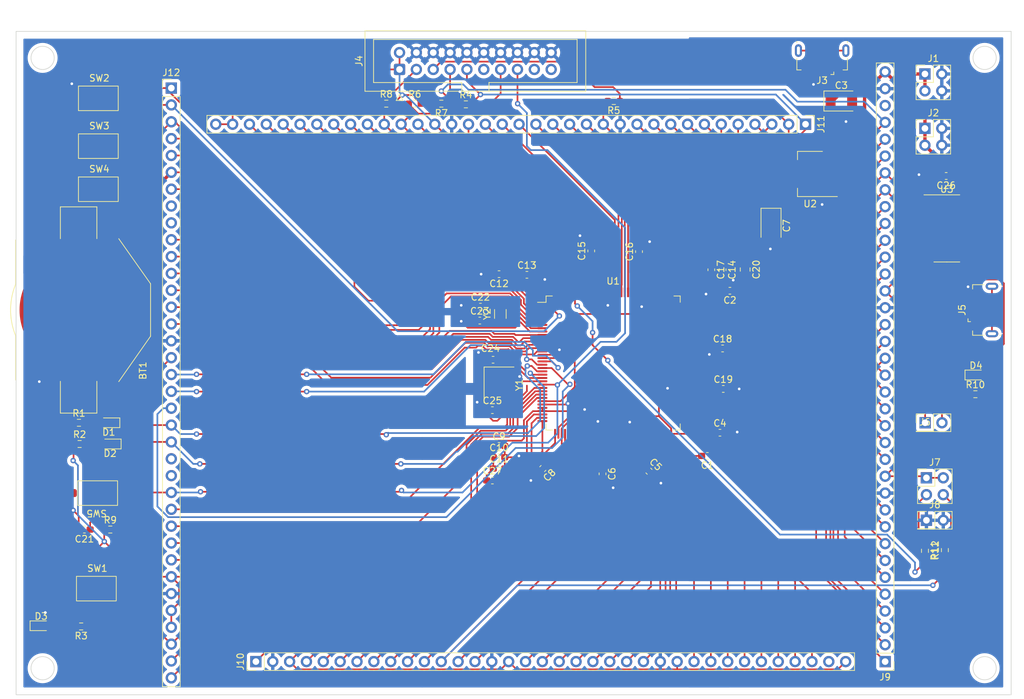
<source format=kicad_pcb>
(kicad_pcb (version 20211014) (generator pcbnew)
  (layers (0 "F.Cu" signal) (31 "B.Cu" signal) (34 "B.Paste" user) (35 "F.Paste" user) (36 "B.SilkS" user "B.Silkscreen") (37 "F.SilkS" user "F.Silkscreen") (38 "B.Mask" user) (39 "F.Mask" user) (44 "Edge.Cuts" user))
  (net 0 "")
  (net 1 "/Vb")
  (net 2 "GND")
  (net 3 "/VCAP_1")
  (net 4 "/VCAP_2")
  (net 5 "VCC")
  (net 6 "VDD")
  (net 7 "RESET")
  (net 8 "/PC14")
  (net 9 "/PC15")
  (net 10 "Net-(C24-Pad2)")
  (net 11 "Net-(C25-Pad2)")
  (net 12 "/PF9")
  (net 13 "Net-(D1-Pad2)")
  (net 14 "/PF10")
  (net 15 "Net-(D2-Pad2)")
  (net 16 "Net-(D3-Pad2)")
  (net 17 "Net-(D4-Pad2)")
  (net 21 "unconnected-(J3-Pad6)")
  (net 22 "/PB4")
  (net 23 "/PA15")
  (net 24 "/PA13")
  (net 25 "/PA14")
  (net 27 "/PB3")
  (net 30 "Net-(J5-Pad1)")
  (net 31 "Net-(J5-Pad2)")
  (net 32 "Net-(J5-Pad3)")
  (net 34 "unconnected-(J5-Pad6)")
  (net 35 "Net-(J6-Pad2)")
  (net 36 "Net-(J7-Pad3)")
  (net 37 "Net-(J7-Pad4)")
  (net 38 "/PB12")
  (net 39 "/PB13")
  (net 40 "/PB14")
  (net 41 "/PB15")
  (net 42 "/PD8")
  (net 43 "/PD9")
  (net 44 "/PD10")
  (net 45 "/PD11")
  (net 46 "/PD12")
  (net 47 "/PD13")
  (net 48 "/PD14")
  (net 49 "/PD15")
  (net 50 "/PG2")
  (net 51 "/PG3")
  (net 52 "/PG4")
  (net 53 "/PG5")
  (net 54 "/PG6")
  (net 55 "/PG7")
  (net 56 "/PG8")
  (net 57 "/PC6")
  (net 58 "/PC7")
  (net 59 "/PC8")
  (net 60 "/PC9")
  (net 61 "/PA8")
  (net 62 "/PA9")
  (net 63 "/PA10")
  (net 64 "/PA11")
  (net 65 "/PA12")
  (net 67 "/PA3")
  (net 68 "/PA4")
  (net 69 "/PA5")
  (net 70 "/PA6")
  (net 71 "/PA7")
  (net 72 "/PC4")
  (net 73 "/PC5")
  (net 74 "/PB0")
  (net 75 "/PB1")
  (net 76 "BOOT1")
  (net 77 "/PF11")
  (net 78 "/PF12")
  (net 79 "/PF13")
  (net 80 "/PF14")
  (net 81 "/PF15")
  (net 82 "/PG0")
  (net 83 "/PG1")
  (net 84 "/PE7")
  (net 85 "/PE8")
  (net 86 "/PE9")
  (net 87 "/PE10")
  (net 88 "/PE11")
  (net 89 "/PE12")
  (net 90 "/PE13")
  (net 91 "/PE14")
  (net 92 "/PE15")
  (net 93 "/PB10")
  (net 94 "/PB11")
  (net 96 "/PC10")
  (net 97 "/PC11")
  (net 98 "/PC12")
  (net 99 "/PD0")
  (net 100 "/PD1")
  (net 101 "/PD2")
  (net 102 "/PD3")
  (net 103 "/PD4")
  (net 104 "/PD5")
  (net 105 "/PD6")
  (net 106 "/PD7")
  (net 107 "/PG9")
  (net 108 "/PG10")
  (net 109 "/PG11")
  (net 110 "/PG12")
  (net 111 "/PG13")
  (net 112 "/PG14")
  (net 113 "/PG15")
  (net 114 "/PB5")
  (net 115 "/PB6")
  (net 116 "/PB7")
  (net 117 "BOOT0")
  (net 118 "/PB8")
  (net 119 "/PB9")
  (net 120 "/PE0")
  (net 121 "/PE1")
  (net 122 "/PE2")
  (net 123 "/PE3")
  (net 124 "/PE4")
  (net 125 "/PE5")
  (net 126 "/PE6")
  (net 127 "/PC13")
  (net 128 "/PF0")
  (net 129 "/PF1")
  (net 130 "/PF2")
  (net 131 "/PF3")
  (net 132 "/PF4")
  (net 133 "/PF5")
  (net 134 "/PF6")
  (net 135 "/PF7")
  (net 136 "/PF8")
  (net 139 "/PC0")
  (net 140 "/PC1")
  (net 141 "/PC2")
  (net 142 "/PC3")
  (net 143 "/PA0")
  (net 144 "/PA1")
  (net 145 "/PA2")
  (footprint "Capacitor_SMD:C_0805_2012Metric_Pad1.18x1.45mm_HandSolder" (layer "F.Cu") (at 109.9 35.9 -90)
    (fp_text reference "C20")
    (fp_text value "4.7uF")
  )
  (footprint "Connector_USB:USB_Micro-B_GCT_USB3076-30-A" (layer "F.Cu") (at 145.9 42 90)
    (fp_text reference "J5")
    (fp_text value "usb_new")
  )
  (footprint "Capacitor_SMD:C_0603_1608Metric_Pad1.08x0.95mm_HandSolder" (layer "F.Cu") (at 70 41.5)
    (fp_text reference "C22")
    (fp_text value "15pF")
  )
  (footprint "Capacitor_SMD:C_0603_1608Metric_Pad1.08x0.95mm_HandSolder" (layer "F.Cu") (at 106.1 60.5)
    (fp_text reference "C4")
    (fp_text value "100nF")
  )
  (footprint "Connector_PinHeader_2.54mm:PinHeader_2x01_P2.54mm_Vertical" (layer "F.Cu") (at 137.025 59)
    (fp_text reference "J6")
    (fp_text value "JUMP_usb")
  )
  (footprint "Connector_IDC:IDC-Header_2x10_P2.54mm_Vertical" (layer "F.Cu") (at 57.8 5.74 90)
    (fp_text reference "J4")
    (fp_text value "Conn_ARM_JTAG_SWD_20")
  )
  (footprint "Package_TO_SOT_SMD:SOT-223-3_TabPin2" (layer "F.Cu") (at 119.7 21.5 180)
    (fp_text reference "U2")
    (fp_text value "AMS1117-3.3")
  )
  (footprint "Resistor_SMD:R_0603_1608Metric_Pad0.98x0.95mm_HandSolder" (layer "F.Cu") (at 144.6 54.7)
    (fp_text reference "R10")
    (fp_text value "120R")
  )
  (footprint "Capacitor_SMD:C_0603_1608Metric_Pad1.08x0.95mm_HandSolder" (layer "F.Cu") (at 106.5 35.9375 -90)
    (fp_text reference "C14")
    (fp_text value "100nF")
  )
  (footprint "LED_SMD:LED_0603_1608Metric_Pad1.05x0.95mm_HandSolder" (layer "F.Cu") (at 13.975 59 180)
    (fp_text reference "D1")
    (fp_text value "LEDr")
  )
  (footprint "Capacitor_Tantalum_SMD:CP_EIA-3528-15_AVX-H_Pad1.50x2.35mm_HandSolder" (layer "F.Cu") (at 124.4 10.5)
    (fp_text reference "C3")
    (fp_text value "10uF")
  )
  (footprint "Capacitor_SMD:C_0603_1608Metric_Pad1.08x0.95mm_HandSolder" (layer "F.Cu") (at 71.8 57.1)
    (fp_text reference "C25")
    (fp_text value "15pF")
  )
  (footprint "Capacitor_SMD:C_0603_1608Metric_Pad1.08x0.95mm_HandSolder" (layer "F.Cu") (at 77 36.7)
    (fp_text reference "C13")
    (fp_text value "100nF")
  )
  (footprint "Resistor_SMD:R_0603_1608Metric_Pad0.98x0.95mm_HandSolder" (layer "F.Cu") (at 137 78.3 -90)
    (fp_text reference "R11")
    (fp_text value "10k")
  )
  (footprint "Library:SW_Push_6x3.6mm_H2.5mm" (layer "F.Cu") (at 12.4 10.1)
    (fp_text reference "SW2")
    (fp_text value "SW_Push1")
  )
  (footprint "Library:SW_Push_6x3.6mm_H2.5mm" (layer "F.Cu") (at 12.4 23.8)
    (fp_text reference "SW4")
    (fp_text value "SW_Push3")
  )
  (footprint "Connector_PinHeader_2.54mm:PinHeader_2x02_P2.54mm_Vertical" (layer "F.Cu") (at 137.225 67.3)
    (fp_text reference "J7")
    (fp_text value "JUMP_vdd")
  )
  (footprint "Capacitor_SMD:C_0603_1608Metric_Pad1.08x0.95mm_HandSolder" (layer "F.Cu") (at 72.8 65.9)
    (fp_text reference "C11")
    (fp_text value "100nF")
  )
  (footprint "Capacitor_SMD:C_0603_1608Metric_Pad1.08x0.95mm_HandSolder" (layer "F.Cu") (at 104.8 35.9375 -90)
    (fp_text reference "C17")
    (fp_text value "100nF")
  )
  (footprint "Capacitor_Tantalum_SMD:CP_EIA-3528-15_AVX-H_Pad1.50x2.35mm_HandSolder" (layer "F.Cu") (at 113.8 29.3 -90)
    (fp_text reference "C7")
    (fp_text value "10uF")
  )
  (footprint "Capacitor_SMD:C_0603_1608Metric_Pad1.08x0.95mm_HandSolder" (layer "F.Cu") (at 86.7 33.1 90)
    (fp_text reference "C15")
    (fp_text value "100nF")
  )
  (footprint "Capacitor_SMD:C_0603_1608Metric_Pad1.08x0.95mm_HandSolder" (layer "F.Cu") (at 71.9 49.5)
    (fp_text reference "C24")
    (fp_text value "15pF")
  )
  (footprint "Capacitor_SMD:C_0603_1608Metric_Pad1.08x0.95mm_HandSolder" (layer "F.Cu") (at 72.8 36.6 180)
    (fp_text reference "C12")
    (fp_text value "100nF")
  )
  (footprint "LED_SMD:LED_0603_1608Metric_Pad1.05x0.95mm_HandSolder" (layer "F.Cu") (at 14.175 62.2 180)
    (fp_text reference "D2")
    (fp_text value "LEDy")
  )
  (footprint "Capacitor_SMD:C_0603_1608Metric_Pad1.08x0.95mm_HandSolder" (layer "F.Cu") (at 106.5 47.8)
    (fp_text reference "C18")
    (fp_text value "100nF")
  )
  (footprint "Capacitor_SMD:C_0603_1608Metric_Pad1.08x0.95mm_HandSolder" (layer "F.Cu") (at 79.4 65.9 -135)
    (fp_text reference "C8")
    (fp_text value "100nF")
  )
  (footprint "Connector_USB:USB_Micro-B_GCT_USB3076-30-A" (layer "F.Cu") (at 121.5 4.1 180)
    (fp_text reference "J3")
    (fp_text value "USB_vcc")
  )
  (footprint "Connector_PinHeader_2.54mm:PinHeader_1x36_P2.54mm_Vertical" (layer "F.Cu") (at 36.15 95 90)
    (fp_text reference "J10")
    (fp_text value "Conn_01x36")
  )
  (footprint "Connector_PinHeader_2.54mm:PinHeader_2x01_P2.54mm_Vertical" (layer "F.Cu") (at 137.225 73.7)
    (fp_text reference "J8")
    (fp_text value "JUMP_gnd")
  )
  (footprint "Resistor_SMD:R_0603_1608Metric_Pad0.98x0.95mm_HandSolder" (layer "F.Cu") (at 9.475 59)
    (fp_text reference "R1")
    (fp_text value "120R")
  )
  (footprint "Resistor_SMD:R_0603_1608Metric_Pad0.98x0.95mm_HandSolder" (layer "F.Cu") (at 14.2 75.1)
    (fp_text reference "R9")
    (fp_text value "10k")
  )
  (footprint "Connector_PinHeader_2.54mm:PinHeader_1x36_P2.54mm_Vertical" (layer "F.Cu") (at 131 95 180)
    (fp_text reference "J9")
    (fp_text value "Conn_01x36")
  )
  (footprint "Capacitor_SMD:C_0603_1608Metric_Pad1.08x0.95mm_HandSolder" (layer "F.Cu") (at 88.4 66.7 -90)
    (fp_text reference "C6")
    (fp_text value "100nF")
  )
  (footprint "Battery:BatteryHolder_Keystone_3002_1x2032" (layer "F.Cu") (at 9.423756 42 90)
    (fp_text reference "BT1")
    (fp_text value "CR2032")
  )
  (footprint "Capacitor_SMD:C_0603_1608Metric_Pad1.08x0.95mm_HandSolder" (layer "F.Cu") (at 140.2 21.8 180)
    (fp_text reference "C26")
    (fp_text value "100nF")
  )
  (footprint "Capacitor_SMD:C_0603_1608Metric_Pad1.08x0.95mm_HandSolder" (layer "F.Cu") (at 72.8 64.2)
    (fp_text reference "C10")
    (fp_text value "100nF")
  )
  (footprint "Connector_PinHeader_2.54mm:PinHeader_1x36_P2.54mm_Vertical" (layer "F.Cu") (at 119 14 -90)
    (fp_text reference "J11")
    (fp_text value "Conn_01x36")
  )
  (footprint "Capacitor_SMD:C_0603_1608Metric_Pad1.08x0.95mm_HandSolder" (layer "F.Cu") (at 104.2 64 180)
    (fp_text reference "C1")
    (fp_text value "2.2uF")
  )
  (footprint "Package_SO:SOIC-16_3.9x9.9mm_P1.27mm" (layer "F.Cu") (at 140.3 29.7)
    (fp_text reference "U3")
    (fp_text value "CH340C")
  )
  (footprint "Capacitor_SMD:C_0603_1608Metric_Pad1.08x0.95mm_HandSolder" (layer "F.Cu") (at 69.9 43.6)
    (fp_text reference "C23")
    (fp_text value "15pF")
  )
  (footprint "Resistor_SMD:R_0603_1608Metric_Pad0.98x0.95mm_HandSolder" (layer "F.Cu") (at 64.1 10.9 180)
    (fp_text reference "R7")
    (fp_text value "10k")
  )
  (footprint "Connector_PinHeader_2.54mm:PinHeader_2x02_P2.54mm_Vertical" (layer "F.Cu") (at 137 6.425)
    (fp_text reference "J1")
    (fp_text value "PowerH")
  )
  (footprint "Resistor_SMD:R_0603_1608Metric_Pad0.98x0.95mm_HandSolder" (layer "F.Cu") (at 9.8125 89.7 180)
    (fp_text reference "R3")
    (fp_text value "120R")
  )
  (footprint "Resistor_SMD:R_0603_1608Metric_Pad0.98x0.95mm_HandSolder" (layer "F.Cu") (at 9.575 62.2)
    (fp_text reference "R2")
    (fp_text value "120R")
  )
  (footprint "Resistor_SMD:R_0603_1608Metric_Pad0.98x0.95mm_HandSolder" (layer "F.Cu") (at 55.8 10.9)
    (fp_text reference "R8")
    (fp_text value "10k")
  )
  (footprint "Crystal:Crystal_SMD_3215-2Pin_3.2x1.5mm" (layer "F.Cu") (at 73 42.6 90)
    (fp_text reference "Y2")
    (fp_text value "32.768k")
  )
  (footprint "Library:SW_Push_6x3.6mm_H2.5mm" (layer "F.Cu") (at 12.3 69.6 180)
    (fp_text reference "SW5")
    (fp_text value "SW_Push")
  )
  (footprint "Package_QFP:LQFP-144_20x20mm_P0.5mm" (layer "F.Cu") (at 90 50)
    (fp_text reference "U1")
    (fp_text value "STM32F407ZETx")
  )
  (footprint "Capacitor_SMD:C_0603_1608Metric_Pad1.08x0.95mm_HandSolder" (layer "F.Cu") (at 93.9 33.2 90)
    (fp_text reference "C16")
    (fp_text value "100nF")
  )
  (footprint "Library:SW_Push_6x3.6mm_H2.5mm" (layer "F.Cu") (at 12.4 17.3)
    (fp_text reference "SW3")
    (fp_text value "SW_Push2")
  )
  (footprint "Capacitor_SMD:C_0603_1608Metric_Pad1.08x0.95mm_HandSolder" (layer "F.Cu") (at 10.3 75.1 180)
    (fp_text reference "C21")
    (fp_text value "100nF")
  )
  (footprint "LED_SMD:LED_0603_1608Metric_Pad1.05x0.95mm_HandSolder" (layer "F.Cu") (at 144.7 51.8)
    (fp_text reference "D4")
    (fp_text value "LEDr")
  )
  (footprint "Library:SW_Push_6x3.6mm_H2.5mm" (layer "F.Cu") (at 12.1 84)
    (fp_text reference "SW1")
    (fp_text value "SW_Push")
  )
  (footprint "LED_SMD:LED_0603_1608Metric_Pad1.05x0.95mm_HandSolder" (layer "F.Cu") (at 3.775 89.6)
    (fp_text reference "D3")
    (fp_text value "LEDg")
  )
  (footprint "Connector_PinHeader_2.54mm:PinHeader_2x02_P2.54mm_Vertical" (layer "F.Cu") (at 137 14.625)
    (fp_text reference "J2")
    (fp_text value "PowerL")
  )
  (footprint "Resistor_SMD:R_0603_1608Metric_Pad0.98x0.95mm_HandSolder" (layer "F.Cu") (at 60.1 10.9)
    (fp_text reference "R6")
    (fp_text value "10k")
  )
  (footprint "Resistor_SMD:R_0603_1608Metric_Pad0.98x0.95mm_HandSolder" (layer "F.Cu") (at 67.8 11)
    (fp_text reference "R4")
    (fp_text value "10k")
  )
  (footprint "Capacitor_SMD:C_0603_1608Metric_Pad1.08x0.95mm_HandSolder" (layer "F.Cu") (at 106.6 53.9)
    (fp_text reference "C19")
    (fp_text value "100nF")
  )
  (footprint "Capacitor_SMD:C_0603_1608Metric_Pad1.08x0.95mm_HandSolder" (layer "F.Cu") (at 107.6 39.1 180)
    (fp_text reference "C2")
    (fp_text value "2.2uF")
  )
  (footprint "Connector_PinHeader_2.54mm:PinHeader_1x36_P2.54mm_Vertical" (layer "F.Cu") (at 23.4 8.55)
    (fp_text reference "J12")
    (fp_text value "Conn_01x36")
  )
  (footprint "Resistor_SMD:R_0603_1608Metric_Pad0.98x0.95mm_HandSolder" (layer "F.Cu") (at 90.1 10.5 180)
    (fp_text reference "R5")
    (fp_text value "10k")
  )
  (footprint "Crystal:Crystal_SMD_3225-4Pin_3.2x2.5mm_HandSoldering" (layer "F.Cu") (at 72.8 53.3 -90)
    (fp_text reference "Y1")
    (fp_text value "25M")
  )
  (footprint "Resistor_SMD:R_0603_1608Metric_Pad0.98x0.95mm_HandSolder" (layer "F.Cu") (at 140 78.2 90)
    (fp_text reference "R12")
    (fp_text value "10k")
  )
  (footprint "Capacitor_SMD:C_0603_1608Metric_Pad1.08x0.95mm_HandSolder" (layer "F.Cu") (at 71.8 67.7)
    (fp_text reference "C27")
    (fp_text value "1uF")
  )
  (footprint "Capacitor_SMD:C_0603_1608Metric_Pad1.08x0.95mm_HandSolder" (layer "F.Cu") (at 95.4 66.3 -45)
    (fp_text reference "C5")
    (fp_text value "100nF")
  )
  (footprint "Capacitor_SMD:C_0603_1608Metric_Pad1.08x0.95mm_HandSolder" (layer "F.Cu") (at 72.8 62.5)
    (fp_text reference "C9")
    (fp_text value "100nF")
  )
  (gr_circle (center 146 4) (end 147.75 4) (layer "Edge.Cuts") (width 0.1) (fill none))
  (gr_circle (center 4 96) (end 5.75 96) (layer "Edge.Cuts") (width 0.1) (fill none))
  (gr_circle (center 146 96) (end 147.75 96) (layer "Edge.Cuts") (width 0.1) (fill none))
  (gr_circle (center 4 4) (end 5.75 4) (layer "Edge.Cuts") (width 0.1) (fill none))
  (gr_rect locked (start 0 0) (end 150 100) (layer "Edge.Cuts") (width 0.1) (fill none))
  (segment (start 26.95 21.25) (end 23.4 21.25) (width 0.25) (layer "F.Cu") (net 1))
  (segment (start 64.9 39.5) (end 62.9 41.5) (width 0.25) (layer "F.Cu") (net 1))
  (segment (start 75.59904 40.628582) (end 74.470458 39.5) (width 0.25) (layer "F.Cu") (net 1))
  (segment (start 20.5 34.4) (end 15.3 29.2) (width 0.5) (layer "F.Cu") (net 1))
  (segment (start 62.9 45.5) (end 61.4 47) (width 0.25) (layer "F.Cu") (net 1))
  (segment (start 12.1 54.8) (end 20.5 46.4) (width 0.5) (layer "F.Cu") (net 1))
  (segment (start 20.5 46.4) (end 20.5 34.4) (width 0.5) (layer "F.Cu") (net 1))
  (segment (start 15.45 29.2) (end 23.4 21.25) (width 0.5) (layer "F.Cu") (net 1))
  (segment (start 61.4 47) (end 52.7 47) (width 0.25) (layer "F.Cu") (net 1))
  (segment (start 79.31202 43.72452) (end 77.831674 43.72452) (width 0.25) (layer "F.Cu") (net 1))
  (segment (start 9.423756 54.8) (end 12.1 54.8) (width 0.5) (layer "F.Cu") (net 1))
  (segment (start 74.470458 39.5) (end 64.9 39.5) (width 0.25) (layer "F.Cu") (net 1))
  (segment (start 15.3 29.2) (end 9.423756 29.2) (width 0.5) (layer "F.Cu") (net 1))
  (segment (start 52.7 47) (end 26.95 21.25) (width 0.25) (layer "F.Cu") (net 1))
  (segment (start 9.423756 29.2) (end 15.45 29.2) (width 0.5) (layer "F.Cu") (net 1))
  (segment (start 75.59904 41.491886) (end 75.59904 40.628582) (width 0.25) (layer "F.Cu") (net 1))
  (segment (start 79.3375 43.75) (end 79.31202 43.72452) (width 0.25) (layer "F.Cu") (net 1))
  (segment (start 77.831674 43.72452) (end 75.59904 41.491886) (width 0.25) (layer "F.Cu") (net 1))
  (segment (start 62.9 41.5) (end 62.9 45.5) (width 0.25) (layer "F.Cu") (net 1))
  (segment (start 105.0625 64) (end 105.0625 62.4) (width 0.25) (layer "F.Cu") (net 2))
  (segment (start 122.85 23.8) (end 122.85 24.75) (width 0.5) (layer "F.Cu") (net 2))
  (segment (start 93.25 59.65) (end 92.5 58.9) (width 0.25) (layer "F.Cu") (net 2))
  (segment (start 122.85 24.75) (end 121.5 26.1) (width 0.5) (layer "F.Cu") (net 2))
  (segment (start 9.423756 46.876244) (end 3.5 52.8) (width 0.5) (layer "F.Cu") (net 2))
  (segment (start 71.65 54.75) (end 70.5 55.9) (width 0.25) (layer "F.Cu") (net 2))
  (segment (start 93.25 40.45) (end 94.3 41.5) (width 0.25) (layer "F.Cu") (net 2))
  (segment (start 79.3375 56.25) (end 83.05 56.25) (width 0.25) (layer "F.Cu") (net 2))
  (segment (start 74 48.4) (end 76.8 51.2) (width 0.25) (layer "F.Cu") (net 2))
  (segment (start 72.6625 67.7) (end 72.6625 66.9) (width 0.25) (layer "F.Cu") (net 2))
  (segment (start 79.3375 48.75) (end 81.15 48.75) (width 0.25) (layer "F.Cu") (net 2))
  (segment (start 143.95 40.7) (end 143.5 40.25) (width 0.25) (layer "F.Cu") (net 2))
  (segment (start 75.716799 51.85) (end 75.894433 52.027634) (width 0.25) (layer "F.Cu") (net 2))
  (segment (start 100.6625 53.75) (end 98.25 53.75) (width 0.25) (layer "F.Cu") (net 2))
  (segment (start 144.45 40.7) (end 143.95 40.7) (width 0.25) (layer "F.Cu") (net 2))
  (segment (start 70.9375 57.1) (end 70.7 57.1) (width 0.25) (layer "F.Cu") (net 2))
  (segment (start 75.225489 44.674511) (end 75.5 44.4) (width 0.25) (layer "F.Cu") (net 2))
  (segment (start 8.35 71.95) (end 8.6 72.2) (width 0.25) (layer "F.Cu") (net 2))
  (segment locked (start 100.6625 48.25) (end 104.05 48.25) (width 0.25) (layer "F.Cu") (net 2))
  (segment (start 69.0375 43.6) (end 67.2 43.6) (width 0.25) (layer "F.Cu") (net 2))
  (segment (start 71.0375 49.5) (end 70.8 49.5) (width 0.25) (layer "F.Cu") (net 2))
  (segment (start 69.5 48.6) (end 69.7 48.4) (width 0.25) (layer "F.Cu") (net 2))
  (segment (start 70.5 55.9) (end 69.5 55.9) (width 0.25) (layer "F.Cu") (net 2))
  (segment (start 81.15 48.75) (end 81.9 48) (width 0.25) (layer "F.Cu") (net 2))
  (segment (start 96.00988 66.90988) (end 97.2 68.1) (width 0.25) (layer "F.Cu") (net 2))
  (segment (start 86.7 32.2375) (end 86.4375 32.2375) (width 0.25) (layer "F.Cu") (net 2))
  (segment (start 143.5 38.5) (end 144.6 37.4) (width 0.25) (layer "F.Cu") (net 2))
  (segment (start 81.75 59.724276) (end 84.474276 57) (width 0.25) (layer "F.Cu") (net 2))
  (segment (start 73.6625 65.9) (end 73.6625 64.2) (width 0.25) (layer "F.Cu") (net 2))
  (segment (start 108.4625 39.1) (end 108.4625 37.8625) (width 0.5) (layer "F.Cu") (net 2))
  (segment (start 83.05 56.25) (end 83.2 56.1) (width 0.25) (layer "F.Cu") (net 2))
  (segment (start 9.423756 42) (end 9.423756 46.876244) (width 0.5) (layer "F.Cu") (net 2))
  (segment (start 73.6625 64.2) (end 73.6625 62.5) (width 0.25) (layer "F.Cu") (net 2))
  (segment (start 88.25 40.35) (end 89.2 41.3) (width 0.25) (layer "F.Cu") (net 2))
  (segment locked (start 108.7 60.4) (end 107.0625 60.4) (width 0.25) (layer "F.Cu") (net 2))
  (segment (start 88.25 39.3375) (end 88.25 40.35) (width 0.25) (layer "F.Cu") (net 2))
  (segment (start 78.79012 66.50988) (end 77.6 67.7) (width 0.25) (layer "F.Cu") (net 2))
  (segment (start 70.7 57.1) (end 69.5 55.9) (width 0.25) (layer "F.Cu") (net 2))
  (segment (start 113.8 30.925) (end 113.8 32.7) (width 0.25) (layer "F.Cu") (net 2))
  (segment (start 69.7 48.4) (end 74 48.4) (width 0.25) (layer "F.Cu") (net 2))
  (segment (start 71.9375 36.6) (end 70.1 36.6) (width 0.25) (layer "F.Cu") (net 2))
  (segment (start 77 54.242124) (end 77 53.4) (width 0.25) (layer "F.Cu") (net 2))
  (segment (start 84.474276 57) (end 85.7 57) (width 0.25) (layer "F.Cu") (net 2))
  (segment (start 68.074511 44.674511) (end 75.225489 44.674511) (width 0.25) (layer "F.Cu") (net 2))
  (segment (start 77.8625 36.7) (end 79 36.7) (width 0.25) (layer "F.Cu") (net 2))
  (segment (start 66.8875 9.1125) (end 66.9 9.1) (width 0.25) (layer "F.Cu") (net 2))
  (segment (start 104.8 36.8) (end 107.4 36.8) (width 0.5) (layer "F.Cu") (net 2))
  (segment (start 72.6625 66.9) (end 73.6625 65.9) (width 0.25) (layer "F.Cu") (net 2))
  (segment (start 108.4625 37.8625) (end 108.1 37.5) (width 0.5) (layer "F.Cu") (net 2))
  (segment (start 9.4375 73.0375) (end 8.6 72.2) (width 0.25) (layer "F.Cu") (net 2))
  (segment (start 108.6625 36.9375) (end 108.1 37.5) (width 0.5) (layer "F.Cu") (net 2))
  (segment (start 88.25 60.6625) (end 88.25 59.35) (width 0.25) (layer "F.Cu") (net 2))
  (segment (start 9.4375 75.1) (end 9.4375 73.0375) (width 0.25) (layer "F.Cu") (net 2))
  (segment (start 148.9 38) (end 148.9 47.1) (width 0.25) (layer "F.Cu") (net 2))
  (segment (start 120.2 5.55) (end 120.2 8) (width 0.25) (layer "F.Cu") (net 2))
  (segment locked (start 107.3625 47.8) (end 106.4625 48.7) (width 0.25) (layer "F.Cu") (net 2))
  (segment (start 139.3375 21.8) (end 139.3375 23.7425) (width 0.5) (layer "F.Cu") (net 2))
  (segment (start 88.25 59.35) (end 87.7 58.8) (width 0.25) (layer "F.Cu") (net 2))
  (segment (start 93.9 32.3375) (end 94.8625 32.3375) (width 0.25) (layer "F.Cu") (net 2))
  (segment (start 93.25 60.6625) (end 93.25 59.65) (width 0.25) (layer "F.Cu") (net 2))
  (segment (start 98.25 53.75) (end 98.2 53.8) (width 0.25) (layer "F.Cu") (net 2))
  (segment (start 75.6 64.2) (end 75.8 64) (width 0.25) (layer "F.Cu") (net 2))
  (segment (start 67.2 43.6) (end 67.1 43.7) (width 0.25) (layer "F.Cu") (net 2))
  (segment (start 148.9 47.1) (end 144.2 51.8) (width 0.25) (layer "F.Cu") (net 2))
  (segment (start 86.4375 32.2375) (end 85 30.8) (width 0.25) (layer "F.Cu") (net 2))
  (segment locked (start 107.4625 53.9) (end 109 53.9) (width 0.25) (layer "F.Cu") (net 2))
  (segment (start 8.45 7.95) (end 8.4 7.9) (width 0.25) (layer "F.Cu") (net 2))
  (segment (start 109.9 36.9375) (end 108.6625 36.9375) (width 0.5) (layer "F.Cu") (net 2))
  (segment locked (start 106.4625 48.7) (end 104.5 48.7) (width 0.25) (layer "F.Cu") (net 2))
  (segment (start 8.45 23.8) (end 8.45 10.1) (width 0.25) (layer "F.Cu") (net 2))
  (segment (start 70.8 49.5) (end 69.7 48.4) (width 0.25) (layer "F.Cu") (net 2))
  (segment (start 72.542124 58.7) (end 77 54.242124) (width 0.25) (layer "F.Cu") (net 2))
  (segment (start 67.1 43.7) (end 68.074511 44.674511) (width 0.25) (layer "F.Cu") (net 2))
  (segment (start 70.9375 57.7375) (end 71.9 58.7) (width 0.25) (layer "F.Cu") (net 2))
  (segment (start 67.3 41.5) (end 67.1 41.3) (width 0.25) (layer "F.Cu") (net 2))
  (segment (start 139.3375 23.7425) (end 137.825 25.255) (width 0.5) (layer "F.Cu") (net 2))
  (segment (start 148.3 37.4) (end 148.9 38) (width 0.25) (layer "F.Cu") (net 2))
  (segment (start 2.9 89.1) (end 4.4 87.6) (width 0.25) (layer "F.Cu") (net 2))
  (segment (start 136.3 21.8) (end 136.1 21.6) (width 0.5) (layer "F.Cu") (net 2))
  (segment (start 69.1375 41.5) (end 67.3 41.5) (width 0.25) (layer "F.Cu") (net 2))
  (segment (start 113.8 32.7) (end 113.7 32.8) (width 0.25) (layer "F.Cu") (net 2))
  (segment (start 73.6625 64.2) (end 75.6 64.2) (width 0.25) (layer "F.Cu") (net 2))
  (segment (start 81.75 60.6625) (end 81.75 59.724276) (width 0.25) (layer "F.Cu") (net 2))
  (segment (start 74.7 41.000978) (end 74.7 41.2) (width 0.25) (layer "F.Cu") (net 2))
  (segment (start 66.3 42.1) (end 67.1 41.3) (width 0.25) (layer "F.Cu") (net 2))
  (segment (start 79 36.7) (end 79.7 37.4) (width 0.25) (layer "F.Cu") (net 2))
  (segment (start 101.85 41.75) (end 100.6625 41.75) (width 0.25) (layer "F.Cu") (net 2))
  (segment (start 139.3375 21.8) (end 136.3 21.8) (width 0.5) (layer "F.Cu") (net 2))
  (segment (start 8.45 10.1) (end 8.45 7.95) (width 0.25) (layer "F.Cu") (net 2))
  (segment (start 126.025 10.5) (end 126.025 12.675) (width 0.5) (layer "F.Cu") (net 2))
  (segment (start 70.9375 57.1) (end 70.9375 57.7375) (width 0.25) (layer "F.Cu") (net 2))
  (segment (start 2.9 89.6) (end 2.9 89.1) (width 0.25) (layer "F.Cu") (net 2))
  (segment (start 143.5 40.25) (end 143.5 38.5) (width 0.25) (layer "F.Cu") (net 2))
  (segment locked (start 104.05 48.25) (end 104.5 48.7) (width 0.25) (layer "F.Cu") (net 2))
  (segment (start 107.4 36.8) (end 108.1 37.5) (width 0.5) (layer "F.Cu") (net 2))
  (segment (start 66.3 42.9) (end 66.3 42.1) (width 0.25) (layer "F.Cu") (net 2))
  (segment locked (start 107.0625 60.4) (end 106.9625 60.5) (width 0.25) (layer "F.Cu") (net 2))
  (segment (start 71.9 58.7) (end 72.542124 58.7) (width 0.25) (layer "F.Cu") (net 2))
  (segment (start 93.25 39.3375) (end 93.25 40.45) (width 0.25) (layer "F.Cu") (net 2))
  (segment (start 68 40.4) (end 74.099022 40.4) (width 0.25) (layer "F.Cu") (net 2))
  (segment (start 73.95 51.85) (end 75.716799 51.85) (width 0.25) (layer "F.Cu") (net 2))
  (segment (start 105.0625 62.4) (end 106.9625 60.5) (width 0.25) (layer "F.Cu") (net 2))
  (segment (start 144.6 37.4) (end 148.3 37.4) (width 0.25) (layer "F.Cu") (net 2))
  (segment (start 126.025 12.675) (end 125.1 13.6) (width 0.5) (layer "F.Cu") (net 2))
  (segment (start 67.1 43.7) (end 66.3 42.9) (width 0.25) (layer "F.Cu") (net 2))
  (segment (start 69.5 55.9) (end 69.5 48.6) (width 0.25) (layer "F.Cu") (net 2))
  (segment (start 67.1 41.3) (end 68 40.4) (width 0.25) (layer "F.Cu") (net 2))
  (segment (start 66.8875 11) (end 66.8875 9.1125) (width 0.25) (layer "F.Cu") (net 2))
  (segment (start 88.4 67.5625) (end 88.7625 67.5625) (width 0.25) (layer "F.Cu") (net 2))
  (segment (start 94.8625 32.3375) (end 95.5 31.7) (width 0.25) (layer "F.Cu") (net 2))
  (segment (start 88.7625 67.5625) (end 90 68.8) (width 0.25) (layer "F.Cu") (net 2))
  (segment (start 104 39.6) (end 101.85 41.75) (width 0.25) (layer "F.Cu") (net 2))
  (segment (start 8.35 69.6) (end 8.35 71.95) (width 0.25) (layer "F.Cu") (net 2))
  (segment (start 144.2 51.8) (end 143.825 51.8) (width 0.25) (layer "F.Cu") (net 2))
  (segment (start 74.099022 40.4) (end 74.7 41.000978) (width 0.25) (layer "F.Cu") (net 2))
  (via (at 92.5 58.9) (size 0.8) (drill 0.4) (layers "F.Cu" "B.Cu") (net 2))
  (via (at 8.6 72.2) (size 0.8) (drill 0.4) (layers "F.Cu" "B.Cu") (net 2))
  (via (at 98.2 53.8) (size 0.8) (drill 0.4) (layers "F.Cu" "B.Cu") (net 2))
  (via (at 87.7 58.8) (size 0.8) (drill 0.4) (layers "F.Cu" "B.Cu") (net 2))
  (via (at 94.3 41.5) (size 0.8) (drill 0.4) (layers "F.Cu" "B.Cu") (net 2))
  (via locked (at 104 39.6) (size 0.8) (drill 0.4) (layers "F.Cu" "B.Cu") (net 2))
  (via (at 70.1 36.6) (size 0.8) (drill 0.4) (layers "F.Cu" "B.Cu") (net 2))
  (via (at 113.7 32.8) (size 0.8) (drill 0.4) (layers "F.Cu" "B.Cu") (net 2))
  (via locked (at 109 53.9) (size 0.8) (drill 0.4) (layers "F.Cu" "B.Cu") (net 2))
  (via (at 75.894433 52.027634) (size 0.8) (drill 0.4) (layers "F.Cu" "B.Cu") (net 2))
  (via (at 85.7 57) (size 0.8) (drill 0.4) (layers "F.Cu" "B.Cu") (net 2))
  (via (at 136.1 21.6) (size 0.8) (drill 0.4) (layers "F.Cu" "B.Cu") (net 2))
  (via (at 8.4 7.9) (size 0.8) (drill 0.4) (layers "F.Cu" "B.Cu") (net 2))
  (via (at 66.9 9.1) (size 0.8) (drill 0.4) (layers "F.Cu" "B.Cu") (net 2))
  (via (at 108.1 37.5) (size 0.8) (drill 0.4) (layers "F.Cu" "B.Cu") (net 2))
  (via (at 69.5 55.9) (size 0.8) (drill 0.4) (layers "F.Cu" "B.Cu") (net 2))
  (via (at 85 30.8) (size 0.8) (drill 0.4) (layers "F.Cu" "B.Cu") (net 2))
  (via (at 79.7 37.4) (size 0.8) (drill 0.4) (layers "F.Cu" "B.Cu") (net 2))
  (via (at 95.5 31.7) (size 0.8) (drill 0.4) (layers "F.Cu" "B.Cu") (net 2))
  (via (at 81.9 48) (size 0.8) (drill 0.4) (layers "F.Cu" "B.Cu") (net 2))
  (via (at 4.4 87.6) (size 0.8) (drill 0.4) (layers "F.Cu" "B.Cu") (net 2))
  (via locked (at 104.5 48.7) (size 0.8) (drill 0.4) (layers "F.Cu" "B.Cu") (net 2))
  (via (at 75.8 64) (size 0.8) (drill 0.4) (layers "F.Cu" "B.Cu") (net 2))
  (via (at 83.2 56.1) (size 0.8) (drill 0.4) (layers "F.Cu" "B.Cu") (net 2))
  (via (at 67.1 41.3) (size 0.8) (drill 0.4) (layers "F.Cu" "B.Cu") (net 2))
  (via (at 69.7 48.4) (size 0.8) (drill 0.4) (layers "F.Cu" "B.Cu") (net 2))
  (via (at 67.1 43.7) (size 0.8) (drill 0.4) (layers "F.Cu" "B.Cu") (net 2))
  (via (at 89.2 41.3) (size 0.8) (drill 0.4) (layers "F.Cu" "B.Cu") (net 2))
  (via (at 143.5 38.5) (size 0.8) (drill 0.4) (layers "F.Cu" "B.Cu") (net 2))
  (via (at 120.2 8) (size 0.8) (drill 0.4) (layers "F.Cu" "B.Cu") (net 2))
  (via (at 121.5 26.1) (size 0.8) (drill 0.4) (layers "F.Cu" "B.Cu") (net 2))
  (via (at 77.6 67.7) (size 0.8) (drill 0.4) (layers "F.Cu" "B.Cu") (net 2))
  (via locked (at 108.7 60.4) (size 0.8) (drill 0.4) (layers "F.Cu" "B.Cu") (net 2))
  (via (at 97.2 68.1) (size 0.8) (drill 0.4) (layers "F.Cu" "B.Cu") (net 2))
  (via (at 125.1 13.6) (size 0.8) (drill 0.4) (layers "F.Cu" "B.Cu") (net 2))
  (via (at 3.5 52.8) (size 0.8) (drill 0.4) (layers "F.Cu" "B.Cu") (net 2))
  (via (at 90 68.8) (size 0.8) (drill 0.4) (layers "F.Cu" "B.Cu") (net 2))
  (segment (start 66.9 9.1) (end 65.66 10.34) (width 0.25) (layer "B.Cu") (net 2))
  (segment (start 65.66 10.34) (end 65.66 14) (width 0.25) (layer "B.Cu") (net 2))
  (segment (start 98.25 62.05) (end 100.2 64) (width 0.25) (layer "F.Cu") (net 3))
  (segment (start 100.2 64) (end 103.3375 64) (width 0.25) (layer "F.Cu") (net 3))
  (segment (start 98.25 60.6625) (end 98.25 62.05) (width 0.25) (layer "F.Cu") (net 3))
  (segment (start 102.75 42.25) (end 105.9 39.1) (width 0.25) (layer "F.Cu") (net 4))
  (segment (start 100.6625 42.25) (end 102.75 42.25) (width 0.25) (layer "F.Cu") (net 4))
  (segment (start 105.9 39.1) (end 106.7375 39.1) (width 0.25) (layer "F.Cu") (net 4))
  (segment (start 132.4 4.3) (end 134.525 6.425) (width 0.5) (layer "F.Cu") (net 5))
  (segment (start 129.3 4.3) (end 132.4 4.3) (width 0.5) (layer "F.Cu") (net 5))
  (segment (start 122.85 10.575) (end 122.775 10.5) (width 0.5) (layer "F.Cu") (net 5))
  (segment (start 122.799511 10.475489) (end 122.799511 6.304511) (width 0.5) (layer "F.Cu") (net 5))
  (segment (start 123.1 10.5) (end 129.3 4.3) (width 0.5) (layer "F.Cu") (net 5))
  (segment (start 122.775 10.5) (end 123.1 10.5) (width 0.5) (layer "F.Cu") (net 5))
  (segment (start 122.85 19.2) (end 122.85 10.575) (width 0.5) (layer "F.Cu") (net 5))
  (segment (start 134.525 6.425) (end 137 6.425) (width 0.5) (layer "F.Cu") (net 5))
  (segment (start 122.775 10.5) (end 122.799511 10.475489) (width 0.5) (layer "F.Cu") (net 5))
  (segment (start 137 8.965) (end 137 6.425) (width 0.5) (layer "F.Cu") (net 5))
  (segment (start 70.9375 66.9) (end 71.9375 65.9) (width 0.25) (layer "F.Cu") (net 6))
  (segment (start 84.1 58.009994) (end 88.690006 58.009994) (width 0.25) (layer "F.Cu") (net 6))
  (segment (start 102.6 37.275) (end 102.6 39.3125) (width 0.5) (layer "F.Cu") (net 6))
  (segment (start 134.4 42.52) (end 131 39.12) (width 0.25) (layer "F.Cu") (net 6))
  (segment (start 136.985 67.06) (end 137.225 67.3) (width 0.25) (layer "F.Cu") (net 6))
  (segment (start 93.1 38.184994) (end 93.1 34.8625) (width 0.25) (layer "F.Cu") (net 6))
  (segment (start 87.75 39.3375) (end 87.75 42.45) (width 0.25) (layer "F.Cu") (net 6))
  (segment (start 92.75 39.3375) (end 92.75 42.45) (width 0.25) (layer "F.Cu") (net 6))
  (segment (start 32.64 14) (end 32.64 11.86) (width 0.25) (layer "F.Cu") (net 6))
  (segment (start 125 19.6) (end 125 18.3) (width 0.5) (layer "F.Cu") (net 6))
  (segment (start 116.55 24.925) (end 116.55 21.5) (width 0.5) (layer "F.Cu") (net 6))
  (segment (start 13.2875 76.8875) (end 13.2875 75.1) (width 0.25) (layer "F.Cu") (net 6))
  (segment (start 93.75 58.069988) (end 93.809994 58.009994) (width 0.25) (layer "F.Cu") (net 6))
  (segment (start 76.55048 61.34952) (end 76.55048 58.613802) (width 0.25) (layer "F.Cu") (net 6))
  (segment (start 82.25 60.6625) (end 82.25 63.05) (width 0.25) (layer "F.Cu") (net 6))
  (segment (start 62.4 87) (end 70.05048 79.34952) (width 0.25) (layer "F.Cu") (net 6))
  (segment (start 95.9 17.3) (end 91.82 17.3) (width 0.25) (layer "F.Cu") (net 6))
  (segment (start 24.574511 86.115489) (end 24.574511 83.384511) (width 0.25) (layer "F.Cu") (net 6))
  (segment (start 72.73702 61.70048) (end 76.19952 61.70048) (width 0.25) (layer "F.Cu") (net 6))
  (segment (start 142.398928 25.255) (end 138.588928 29.065) (width 0.25) (layer "F.Cu") (net 6))
  (segment (start 100.6625 53.25) (end 98.674614 53.25) (width 0.25) (layer "F.Cu") (net 6))
  (segment (start 42.404511 96.174511) (end 73.075489 96.174511) (width 0.25) (layer "F.Cu") (net 6))
  (segment (start 100.76202 41.15048) (end 100.6625 41.15048) (width 0.5) (layer "F.Cu") (net 6))
  (segment (start 56.7125 10.9) (end 56.9 10.9) (width 0.25) (layer "F.Cu") (net 6))
  (segment (start 57.8 3.2) (end 57.8 5.74) (width 0.25) (layer "F.Cu") (net 6))
  (segment (start 84.209994 49.190006) (end 84.209994 53.609994) (width 0.25) (layer "F.Cu") (net 6))
  (segment (start 92.75 39.3375) (end 92.75 38.534994) (width 0.25) (layer "F.Cu") (net 6))
  (segment (start 97.85 47.75) (end 97.2 47.1) (width 0.25) (layer "F.Cu") (net 6))
  (segment (start 84.209994 42.6) (end 84.209994 49.190006) (width 0.25) (layer "F.Cu") (net 6))
  (segment (start 84.15 49.25) (end 84.209994 49.190006) (width 0.25) (layer "F.Cu") (net 6))
  (segment (start 86.7 33.9625) (end 87.75 35.0125) (width 0.25) (layer "F.Cu") (net 6))
  (segment (start 78 28.9) (end 81.8 28.9) (width 0.25) (layer "F.Cu") (net 6))
  (segment (start 92.75 38.534994) (end 93.1 38.184994) (width 0.25) (layer "F.Cu") (net 6))
  (segment (start 99.674511 96.174511) (end 75.424511 96.174511) (width 0.25) (layer "F.Cu") (net 6))
  (segment (start 131 67.06) (end 134.4 63.66) (width 0.25) (layer "F.Cu") (net 6))
  (segment (start 127.9 9.2) (end 131 6.1) (width 0.5) (layer "F.Cu") (net 6))
  (segment (start 137.235 29.065) (end 137.825 29.065) (width 0.25) (layer "F.Cu") (net 6))
  (segment (start 93.6 42.6) (end 97.2 42.6) (width 0.25) (layer "F.Cu") (net 6))
  (segment (start 76.3 27.2) (end 78 28.9) (width 0.25) (layer "F.Cu") (net 6))
  (segment (start 8.15 82.05) (end 13.3 76.9) (width 0.25) (layer "F.Cu") (net 6))
  (segment (start 84.209994 56.490006) (end 84.209994 53.609994) (width 0.25) (layer "F.Cu") (net 6))
  (segment (start 109.9 31.575) (end 109.9 34.8625) (width 0.5) (layer "F.Cu") (net 6))
  (segment (start 41.23 95) (end 47.2 89.03) (width 0.25) (layer "F.Cu") (net 6))
  (segment (start 82.25 59.859994) (end 84.1 58.009994) (width 0.25) (layer "F.Cu") (net 6))
  (segment (start 84.209994 42.6) (end 87.6 42.6) (width 0.25) (layer "F.Cu") (net 6))
  (segment (start 82.25 63.05) (end 80.00988 65.29012) (width 0.25) (layer "F.Cu") (net 6))
  (segment (start 131 6.1) (end 137 12.1) (width 0.5) (layer "F.Cu") (net 6))
  (segment (start 122.85 21.5) (end 123.1 21.5) (width 0.5) (layer "F.Cu") (net 6))
  (segment (start 97.85 52.425386) (end 97.85 47.75) (width 0.25) (layer "F.Cu") (net 6))
  (segment (start 93.809994 58.009994) (end 96.9 58.009994) (width 0.25) (layer "F.Cu") (net 6))
  (segment (start 63.12 14) (end 76.3 27.18) (width 0.25) (layer "F.Cu") (net 6))
  (segment (start 98.75 59.859994) (end 96.9 58.009994) (width 0.25) (layer "F.Cu") (net 6))
  (segment (start 87.75 42.45) (end 87.6 42.6) (width 0.25) (layer "F.Cu") (net 6))
  (segment locked (start 98.75 60.6625) (end 105.075 60.6625) (width 0.25) (layer "F.Cu") (net 6))
  (segment (start 73.075489 96.174511) (end 74.25 95) (width 0.25) (layer "F.Cu") (net 6))
  (segment (start 30.1 14) (end 32.64 14) (width 0.25) (layer "F.Cu") (net 6))
  (segment (start 8.5625 59) (end 9.5625 58) (width 0.25) (layer "F.Cu") (net 6))
  (segment (start 47.2 89) (end 49.2 87) (width 0.25) (layer "F.Cu") (net 6))
  (segment (start 137.225 67.3) (end 139.765 67.3) (width 0.25) (layer "F.Cu") (net 6))
  (segment (start 137 12.1) (end 137 14.625) (width 0.5) (layer "F.Cu") (net 6))
  (segment (start 87.75 35.0125) (end 87.75 39.3375) (width 0.25) (layer "F.Cu") (net 6))
  (segment (start 101.4 28.1) (end 101.4 22.8) (width 0.25) (layer "F.Cu") (net 6))
  (segment (start 75.424511 96.174511) (end 74.25 95) (width 0.25) (layer "F.Cu") (net 6))
  (segment (start 78.775 39.3375) (end 76.1375 36.7) (width 0.25) (layer "F.Cu") (net 6))
  (segment (start 79.3375 57.25) (end 79.3375 56.75) (width 0.25) (layer "F.Cu") (net 6))
  (segment (start 86.7 33.8) (end 86.7 33.9625) (width 0.25) (layer "F.Cu") (net 6))
  (segment (start 8.6625 62.2) (end 8.6625 64.6375) (width 0.25) (layer "F.Cu") (net 6))
  (segment (start 8.15 87.125) (end 10.725 89.7) (width 0.25) (layer "F.Cu") (net 6))
  (segment (start 131 39.12) (end 134 36.12) (width 0.25) (layer "F.Cu") (net 6))
  (segment (start 76.19952 61.70048) (end 76.55048 61.34952) (width 0.25) (layer "F.Cu") (net 6))
  (segment (start 83.45 57.25) (end 84.209994 56.490006) (width 0.25) (layer "F.Cu") (net 6))
  (segment (start 93.9 34.0625) (end 95.4375 34.0625) (width 0.25) (layer "F.Cu") (net 6))
  (segment (start 61.0125 10.9) (end 63.1875 10.9) (width 0.25) (layer "F.Cu") (net 6))
  (segment (start 96.9 58.009994) (end 96.9 53.375386) (width 0.25) (layer "F.Cu") (net 6))
  (segment (start 76.55048 58.613802) (end 77.914282 57.25) (width 0.25) (layer "F.Cu") (net 6))
  (segment (start 77.914282 57.25) (end 79.3375 57.25) (width 0.25) (layer "F.Cu") (net 6))
  (segment locked (start 105.307691 53.470191) (end 102.370671 53.470191) (width 0.25) (layer "F.Cu") (net 6))
  (segment (start 134 32.3) (end 137.235 29.065) (width 0.25) (layer "F.Cu") (net 6))
  (segment (start 102.6 39.3125) (end 100.76202 41.15048) (width 0.5) (layer "F.Cu") (net 6))
  (segment (start 134 36.12) (end 134 32.3) (width 0.25) (layer "F.Cu") (net 6))
  (segment (start 141.0625 21.8) (end 141.0625 23.5425) (width 0.5) (layer "F.Cu") (net 6))
  (segment (start 131 67.06) (end 136.985 67.06) (width 0.25) (layer "F.Cu") (net 6))
  (segment (start 87.6 42.6) (end 92.9 42.6) (width 0.25) (layer "F.Cu") (net 6))
  (segment (start 8.6625 64.6375) (end 8.6 64.7) (width 0.25) (layer "F.Cu") (net 6))
  (segment (start 141.0625 21.2275) (end 137 17.165) (width 0.5) (layer "F.Cu") (net 6))
  (segment (start 73.6625 36.6) (end 76.0375 36.6) (width 0.25) (layer "F.Cu") (net 6))
  (segment (start 76.0375 36.6) (end 76.1375 36.7) (width 0.25) (layer "F.Cu") (net 6))
  (segment (start 82.25 60.6625) (end 82.25 59.859994) (width 0.25) (layer "F.Cu") (net 6))
  (segment (start 93.75 64.65) (end 94.79012 65.69012) (width 0.25) (layer "F.Cu") (net 6))
  (segment (start 81.8 28.9) (end 86.7 33.8) (width 0.25) (layer "F.Cu") (net 6))
  (segment (start 81.75 40.140006) (end 84.209994 42.6) (width 0.25) (layer "F.Cu") (net 6))
  (segment (start 91.82 17.3) (end 88.52 14) (width 0.25) (layer "F.Cu") (net 6))
  (segment (start 100.6625 47.75) (end 97.85 47.75) (width 0.25) (layer "F.Cu") (net 6))
  (segment (start 79.3375 57.25) (end 83.45 57.25) (width 0.25) (layer "F.Cu") (net 6))
  (segment (start 97.2 47.1) (end 97.2 42.6) (width 0.25) (layer "F.Cu") (net 6))
  (segment (start 41.23 95) (end 42.404511 96.174511) (width 0.25) (layer "F.Cu") (net 6))
  (segment (start 104.8 35.075) (end 102.6 37.275) (width 0.5) (layer "F.Cu") (net 6))
  (segment (start 88.75 58.069988) (end 88.690006 58.009994) (width 0.25) (layer "F.Cu") (net 6))
  (segment (start 70.05048 79.313803) (end 76.464283 72.9) (width 0.25) (layer "F.Cu") (net 6))
  (segment (start 61.0125 10.9) (end 59.7125 9.6) (width 0.25) (layer "F.Cu") (net 6))
  (segment (start 92.9 42.6) (end 93.6 42.6) (width 0.25) (layer "F.Cu") (net 6))
  (segment (start 92.75 42.45) (end 92.9 42.6) (width 0.25) (layer "F.Cu") (net 6))
  (segment (start 113.8 27.675) (end 109.9 31.575) (width 0.5) (layer "F.Cu") (net 6))
  (segment (start 61.39 82.21) (end 23.4 82.21) (width 0.25) (layer "F.Cu") (net 6))
  (segment (start 23.4 87.29) (end 24.574511 86.115489) (width 0.25) (layer "F.Cu") (net 6))
  (segment (start 23.4 89.83) (end 23.4 87.29) (width 0.25) (layer "F.Cu") (net 6))
  (segment (start 97.2 42.6) (end 98.55 41.25) (width 0.25) (layer "F.Cu") (net 6))
  (segment (start 82.069988 55.75) (end 84.209994 53.609994) (width 0.25) (layer "F.Cu") (net 6))
  (segment (start 88.52 11.1675) (end 89.1875 10.5) (width 0.25) (layer "F.Cu") (net 6))
  (segment (start 59.7125 9.6) (end 58.2 9.6) (width 0.25) (layer "F.Cu") (net 6))
  (segment (start 78.70988 65.29012) (end 80.00988 65.29012) (width 0.25) (layer "F.Cu") (net 6))
  (segment (start 76.875489 72.524511) (end 76.875489 67.124511) (width 0.25) (layer "F.Cu") (net 6))
  (segment (start 137 14.625) (end 137 17.165) (width 0.5) (layer "F.Cu") (net 6))
  (segment (start 76.875489 67.124511) (end 78.70988 65.29012) (width 0.25) (layer "F.Cu") (net 6))
  (segment (start 70.9375 67.7) (end 70.9375 66.9) (width 0.25) (layer "F.Cu") (net 6))
  (segment (start 127.9 15.4) (end 127.9 9.2) (width 0.5) (layer "F.Cu") (net 6))
  (segment (start 93.1 34.8625) (end 93.9 34.0625) (width 0.25) (layer "F.Cu") (net 6))
  (segment (start 95.4375 34.0625) (end 101.4 28.1) (width 0.25) (layer "F.Cu") (net 6))
  (segment (start 38.76 5.74) (end 57.8 5.74) (width 0.25) (layer "F.Cu") (net 6))
  (segment (start 47.2 89.03) (end 47.2 89) (width 0.25) (layer "F.Cu") (net 6))
  (segment (start 76.3 27.18) (end 76.3 27.2) (width 0.25) (layer "F.Cu") (net 6))
  (segment (start 8.15 84) (end 8.15 87.125) (width 0.25) (layer "F.Cu") (net 6))
  (segment (start 24.574511 83.384511) (end 23.4 82.21) (width 0.25) (layer "F.Cu") (net 6))
  (segment (start 79.3375 55.75) (end 82.069988 55.75) (width 0.25) (layer "F.Cu") (net 6))
  (segment (start 102.15048 53.25) (end 102.370671 53.470191) (width 0.25) (layer "F.Cu") (net 6))
  (segment (start 13.3 76.9) (end 13.2875 76.8875) (width 0.25) (layer "F.Cu") (net 6))
  (segment (start 49.2 87) (end 62.4 87) (width 0.25) (layer "F.Cu") (net 6))
  (segment (start 101.4 22.8) (end 95.9 17.3) (width 0.25) (layer "F.Cu") (net 6))
  (segment (start 100.6625 53.25) (end 102.15048 53.25) (width 0.25) (layer "F.Cu") (net 6))
  (segment locked (start 100.6625 47.75) (end 105.5875 47.75) (width 0.25) (layer "F.Cu") (net 6))
  (segment (start 71.9375 68.7) (end 70.9375 67.7) (width 0.25) (layer "F.Cu") (net 6))
  (segment (start 98.674614 53.25) (end 97.85 52.425386) (width 0.25) (layer "F.Cu") (net 6))
  (segment (start 125.05 95) (end 123.875489 96.174511) (width 0.25) (layer "F.Cu") (net 6))
  (segment (start 113.8 27.675) (end 116.55 24.925) (width 0.5) (layer "F.Cu") (net 6))
  (segment (start 116.55 21.5) (end 122.85 21.5) (width 0.5) (layer "F.Cu") (net 6))
  (segment (start 76.464283 72.9) (end 76.5 72.9) (width 0.25) (layer "F.Cu") (net 6))
  (segment (start 123.875489 96.174511) (end 99.674511 96.174511) (width 0.25) (layer "F.Cu") (net 6))
  (segment (start 88.75 60.6625) (end 88.75 58.069988) (width 0.25) (layer "F.Cu") (net 6))
  (segment (start 71.9375 71.6625) (end 61.39 82.21) (width 0.25) (layer "F.Cu") (net 6))
  (segment (start 8.5625 59) (end 8.5625 62.1) (width 0.25) (layer "F.Cu") (net 6))
  (segment (start 76.5 72.9) (end 76.875489 72.524511) (width 0.25) (layer "F.Cu") (net 6))
  (segment (start 32.64 11.86) (end 38.76 5.74) (width 0.25) (layer "F.Cu") (net 6))
  (segment (start 71.9375 62.5) (end 71.9375 64.2) (width 0.25) (layer "F.Cu") (net 6))
  (segment (start 71.9375 65.9) (end 71.9375 64.2) (width 0.25) (layer "F.Cu") (net 6))
  (segment locked (start 105.075 60.6625) (end 105.2375 60.5) (width 0.25) (layer "F.Cu") (net 6))
  (segment (start 79.3375 49.25) (end 84.15 49.25) (width 0.25) (layer "F.Cu") (net 6))
  (segment (start 88.690006 58.009994) (end 93.809994 58.009994) (width 0.25) (layer "F.Cu") (net 6))
  (segment (start 93.75 60.6625) (end 93.75 58.069988) (width 0.25) (layer "F.Cu") (net 6))
  (segment (start 71.9375 71.6625) (end 71.9375 68.7) (width 0.25) (layer "F.Cu") (net 6))
  (segment (start 9.5625 58) (end 14.59 58) (width 0.25) (layer "F.Cu") (net 6))
  (segment (start 70.05048 79.34952) (end 70.05048 79.313803) (width 0.25) (layer "F.Cu") (net 6))
  (segment (start 109.6875 35.075) (end 109.9 34.8625) (width 0.5) (layer "F.Cu") (net 6))
  (segment (start 81.75 39.3375) (end 81.75 40.140006) (width 0.25) (layer "F.Cu") (net 6))
  (segment (start 8.5625 62.1) (end 8.6625 62.2) (width 0.25) (layer "F.Cu") (net 6))
  (segment (start 88.75 65.4875) (end 88.4 65.8375) (width 0.25) (layer "F.Cu") (net 6))
  (segment (start 125 18.3) (end 127.9 15.4) (width 0.5) (layer "F.Cu") (net 6))
  (segment locked (start 105.5875 47.75) (end 105.6375 47.8) (width 0.25) (layer "F.Cu") (net 6))
  (segment (start 123.1 21.5) (end 125 19.6) (width 0.5) (layer "F.Cu") (net 6))
  (segment (start 141.0625 21.8) (end 141.0625 21.2275) (width 0.5) (layer "F.Cu") (net 6))
  (segment (start 104.8 35.075) (end 109.6875 35.075) (width 0.5) (layer "F.Cu") (net 6))
  (segment (start 8.15 84) (end 8.15 82.05) (width 0.25) (layer "F.Cu") (net 6))
  (segment (start 71.9375 62.5) (end 72.73702 61.70048) (width 0.25) (layer "F.Cu") (net 6))
  (segment (start 88.75 60.6625) (end 88.75 65.4875) (width 0.25) (layer "F.Cu") (net 6))
  (segment (start 98.75 60.6625) (end 98.75 59.859994) (width 0.25) (layer "F.Cu") (net 6))
  (segment (start 138.588928 29.065) (end 137.825 29.065) (width 0.25) (layer "F.Cu") (net 6))
  (segment (start 81.25 39.3375) (end 78.775 39.3375) (width 0.25) (layer "F.Cu") (net 6))
  (segment (start 88.52 14) (end 88.52 11.1675) (width 0.25) (layer "F.Cu") (net 6))
  (segment (start 81.25 39.3375) (end 81.75 39.3375) (width 0.25) (layer "F.Cu") (net 6))
  (segment (start 98.55 41.25) (end 100.6625 41.25) (width 0.25) (layer "F.Cu") (net 6))
  (segment (start 96.9 53.375386) (end 97.85 52.425386) (width 0.25) (layer "F.Cu") (net 6))
  (segment (start 99.65 96.15) (end 99.674511 96.174511) (width 0.25) (layer "F.Cu") (net 6))
  (segment (start 14.59 58) (end 23.4 49.19) (width 0.25) (layer "F.Cu") (net 6))
  (segment (start 56.9 10.9) (end 58.2 9.6) (width 0.25) (layer "F.Cu") (net 6))
  (segment (start 23.4 82.21) (end 18.61 82.21) (width 0.25) (layer "F.Cu") (net 6))
  (segment (start 142.775 25.255) (end 142.398928 25.255) (width 0.25) (layer "F.Cu") (net 6))
  (segment (start 134.4 63.66) (end 134.4 42.52) (width 0.25) (layer "F.Cu") (net 6))
  (segment (start 93.75 60.6625) (end 93.75 64.65) (width 0.25) (layer "F.Cu") (net 6))
  (segment locked (start 105.7375 53.9) (end 105.307691 53.470191) (width 0.25) (layer "F.Cu") (net 6))
  (segment (start 18.61 82.21) (end 13.3 76.9) (width 0.25) (layer "F.Cu") (net 6))
  (segment (start 99.65 95) (end 99.65 96.15) (width 0.25) (layer "F.Cu") (net 6))
  (segment (start 141.0625 23.5425) (end 142.775 25.255) (width 0.5) (layer "F.Cu") (net 6))
  (via (at 8.6 64.7) (size 0.8) (drill 0.4) (layers "F.Cu" "B.Cu") (net 6))
  (via (at 58.2 9.6) (size 0.8) (drill 0.4) (layers "F.Cu" "B.Cu") (net 6))
  (via (at 13.3 76.9) (size 0.8) (drill 0.4) (layers "F.Cu" "B.Cu") (net 6))
  (segment (start 58.2 9.6) (end 57.8 9.2) (width 0.25) (layer "B.Cu") (net 6))
  (segment (start 9.324511 72.924511) (end 13.3 76.9) (width 0.25) (layer "B.Cu") (net 6))
  (segment (start 9.324511 65.424511) (end 9.324511 72.924511) (width 0.25) (layer "B.Cu") (net 6))
  (segment (start 58.72 9.6) (end 63.12 14) (width 0.25) (layer "B.Cu") (net 6))
  (segment (start 58.2 9.6) (end 58.72 9.6) (width 0.25) (layer "B.Cu") (net 6))
  (segment (start 57.8 9.2) (end 57.8 5.74) (width 0.25) (layer "B.Cu") (net 6))
  (segment (start 8.6 64.7) (end 9.324511 65.424511) (width 0.25) (layer "B.Cu") (net 6))
  (segment (start 12.9125 72.9) (end 15.1125 75.1) (width 0.25) (layer "F.Cu") (net 7))
  (segment (start 11.1625 74.0375) (end 12.3 72.9) (width 0.25) (layer "F.Cu") (net 7))
  (segment (start 16.34 69.51) (end 23.4 69.51) (width 0.25) (layer "F.Cu") (net 7))
  (segment (start 27.8 69.4) (end 57.9 69.4) (width 0.25) (layer "F.Cu") (net 7))
  (segment (start 16.25 73.9625) (end 15.1125 75.1) (width 0.5) (layer "F.Cu") (net 7))
  (segment (start 81.55 53.25) (end 81.6 53.3) (width 0.25) (layer "F.Cu") (net 7))
  (segment (start 57.9 69.4) (end 58.1 69.2) (width 0.25) (layer "F.Cu") (net 7))
  (segment (start 75.58 10.88) (end 75.6 10.9) (width 0.25) (layer "F.Cu") (net 7))
  (segment (start 16.25 69.6) (end 16.34 69.51) (width 0.25) (layer "F.Cu") (net 7))
  (segment (start 12.3 72.9) (end 12.9125 72.9) (width 0.25) (layer "F.Cu") (net 7))
  (segment (start 79.3375 53.25) (end 81.55 53.25) (width 0.25) (layer "F.Cu") (net 7))
  (segment (start 11.1625 75.1) (end 11.1625 74.0375) (width 0.25) (layer "F.Cu") (net 7))
  (segment (start 16.25 69.6) (end 16.25 73.9625) (width 0.5) (layer "F.Cu") (net 7))
  (segment (start 75.58 5.74) (end 75.58 10.88) (width 0.25) (layer "F.Cu") (net 7))
  (via (at 81.6 53.3) (size 0.8) (drill 0.4) (layers "F.Cu" "B.Cu") (net 7))
  (via (at 58.1 69.2) (size 0.8) (drill 0.4) (layers "F.Cu" "B.Cu") (net 7))
  (via (at 75.6 10.9) (size 0.8) (drill 0.4) (layers "F.Cu" "B.Cu") (net 7))
  (via (at 27.8 69.4) (size 0.8) (drill 0.4) (layers "F.Cu" "B.Cu") (net 7))
  (segment (start 81.6 53.3) (end 88.1 46.8) (width 0.25) (layer "B.Cu") (net 7))
  (segment (start 23.4 69.51) (end 27.69 69.51) (width 0.25) (layer "B.Cu") (net 7))
  (segment (start 80.1 17.9) (end 77.6 17.9) (width 0.25) (layer "B.Cu") (net 7))
  (segment (start 81.6 53.3) (end 81.6 60.6) (width 0.25) (layer "B.Cu") (net 7))
  (segment (start 74.8 62) (end 67.29 69.51) (width 0.25) (layer "B.Cu") (net 7))
  (segment (start 80.2 62) (end 74.8 62) (width 0.25) (layer "B.Cu") (net 7))
  (segment (start 91.8 29.6) (end 80.1 17.9) (width 0.25) (layer "B.Cu") (net 7))
  (segment (start 88.1 46.8) (end 90.5 46.8) (width 0.25) (layer "B.Cu") (net 7))
  (segment (start 58.41 69.51) (end 67.29 69.51) (width 0.25) (layer "B.Cu") (net 7))
  (segment (start 58.1 69.2) (end 58.41 69.51) (width 0.25) (layer "B.Cu") (net 7))
  (segment (start 76.994511 12.294511) (end 75.6 10.9) (width 0.25) (layer "B.Cu") (net 7))
  (segment (start 91.8 45.5) (end 91.8 29.6) (width 0.25) (layer "B.Cu") (net 7))
  (segment (start 90.5 46.8) (end 91.8 45.5) (width 0.25) (layer "B.Cu") (net 7))
  (segment (start 27.69 69.51) (end 27.8 69.4) (width 0.25) (layer "B.Cu") (net 7))
  (segment (start 76.994511 17.294511) (end 76.994511 12.294511) (width 0.25) (layer "B.Cu") (net 7))
  (segment (start 77.6 17.9) (end 76.994511 17.294511) (width 0.25) (layer "B.Cu") (net 7))
  (segment (start 81.6 60.6) (end 80.2 62) (width 0.25) (layer "B.Cu") (net 7))
  (segment (start 79.3375 44.75) (end 77.585718 44.75) (width 0.25) (layer "F.Cu") (net 8))
  (segment (start 72.85 41.5) (end 73 41.35) (width 0.25) (layer "F.Cu") (net 8))
  (segment (start 74.185718 41.35) (end 73 41.35) (width 0.25) (layer "F.Cu") (net 8))
  (segment (start 70.8625 41.5) (end 72.85 41.5) (width 0.25) (layer "F.Cu") (net 8))
  (segment (start 77.585718 44.75) (end 74.185718 41.35) (width 0.25) (layer "F.Cu") (net 8))
  (segment (start 76.05 43.85) (end 73 43.85) (width 0.25) (layer "F.Cu") (net 9))
  (segment (start 79.3375 45.25) (end 77.45 45.25) (width 0.25) (layer "F.Cu") (net 9))
  (segment (start 77.45 45.25) (end 76.05 43.85) (width 0.25) (layer "F.Cu") (net 9))
  (segment (start 70.7625 43.6) (end 72.75 43.6) (width 0.25) (layer "F.Cu") (net 9))
  (segment (start 72.75 43.6) (end 73 43.85) (width 0.25) (layer "F.Cu") (net 9))
  (segment (start 71.65 51.85) (end 71.65 50.6125) (width 0.25) (layer "F.Cu") (net 10))
  (segment (start 74.4 49.5) (end 72.7625 49.5) (width 0.25) (layer "F.Cu") (net 10))
  (segment (start 71.65 50.6125) (end 72.7625 49.5) (width 0.25) (layer "F.Cu") (net 10))
  (segment (start 79.3375 52.25) (end 77.15 52.25) (width 0.25) (layer "F.Cu") (net 10))
  (segment (start 77.15 52.25) (end 74.4 49.5) (width 0.25) (layer "F.Cu") (net 10))
  (segment (start 79.3375 52.75) (end 75.95 52.75) (width 0.25) (layer "F.Cu") (net 11))
  (segment (start 75.95 52.75) (end 73.95 54.75) (width 0.25) (layer "F.Cu") (net 11))
  (segment (start 73.95 54.75) (end 73.95 55.8125) (width 0.25) (layer "F.Cu") (net 11))
  (segment (start 73.95 55.8125) (end 72.6625 57.1) (width 0.25) (layer "F.Cu") (net 11))
  (segment (start 15.2 59.35) (end 23.4 59.35) (width 0.25) (layer "F.Cu") (net 12))
  (segment (start 27.2 60.7) (end 55.7 60.7) (width 0.25) (layer "F.Cu") (net 12))
  (segment (start 78.534994 51.25) (end 77.722695 50.437701) (width 0.25) (layer "F.Cu") (net 12))
  (segment (start 14.85 59) (end 15.2 59.35) (width 0.25) (layer "F.Cu") (net 12))
  (segment (start 79.3375 51.25) (end 78.534994 51.25) (width 0.25) (layer "F.Cu") (net 12))
  (segment (start 77.722695 50.437701) (end 77.062299 50.437701) (width 0.25) (layer "F.Cu") (net 12))
  (segment (start 55.7 60.7) (end 55.8 60.8) (width 0.25) (layer "F.Cu") (net 12))
  (via (at 77.062299 50.437701) (size 0.8) (drill 0.4) (layers "F.Cu" "B.Cu") (net 12))
  (via (at 55.8 60.8) (size 0.8) (drill 0.4) (layers "F.Cu" "B.Cu") (net 12))
  (via (at 27.2 60.7) (size 0.8) (drill 0.4) (layers "F.Cu" "B.Cu") (net 12))
  (segment (start 56.04952 60.55048) (end 55.8 60.8) (width 0.25) (layer "B.Cu") (net 12))
  (segment (start 76.787788 50.712212) (end 77.062299 50.437701) (width 0.25) (layer "B.Cu") (net 12))
  (segment (start 79 54) (end 78.962185 54) (width 0.25) (layer "B.Cu") (net 12))
  (segment (start 78.962185 54) (end 76.787788 51.825603) (width 0.25) (layer "B.Cu") (net 12))
  (segment (start 76.787788 51.825603) (end 76.787788 50.712212) (width 0.25) (layer "B.Cu") (net 12))
  (segment (start 55.8 60.8) (end 56.1 60.5) (width 0.25) (layer "B.Cu") (net 12))
  (segment (start 77.2 60.5) (end 79 58.7) (width 0.25) (layer "B.Cu") (net 12))
  (segment (start 23.4 59.35) (end 24.75 60.7) (width 0.25) (layer "B.Cu") (net 12))
  (segment (start 24.75 60.7) (end 27.2 60.7) (width 0.25) (layer "B.Cu") (net 12))
  (segment (start 79 58.7) (end 79 54) (width 0.25) (layer "B.Cu") (net 12))
  (segment (start 77.2 60.5) (end 77.2 60.55048) (width 0.25) (layer "B.Cu") (net 12))
  (segment (start 77.2 60.55048) (end 56.04952 60.55048) (width 0.25) (layer "B.Cu") (net 12))
  (segment (start 10.3875 59) (end 13.1 59) (width 0.25) (layer "F.Cu") (net 13))
  (segment (start 27.7 65.2) (end 58 65.2) (width 0.25) (layer "F.Cu") (net 14))
  (segment (start 15.36 61.89) (end 23.4 61.89) (width 0.25) (layer "F.Cu") (net 14))
  (segment (start 15.05 62.2) (end 15.36 61.89) (width 0.25) (layer "F.Cu") (net 14))
  (segment (start 79.3375 51.75) (end 77.736799 51.75) (width 0.25) (layer "F.Cu") (net 14))
  (segment (start 77.736799 51.75) (end 77.512299 51.5255) (width 0.25) (layer "F.Cu") (net 14))
  (via (at 77.512299 51.5255) (size 0.8) (drill 0.4) (layers "F.Cu" "B.Cu") (net 14))
  (via (at 27.7 65.2) (size 0.8) (drill 0.4) (layers "F.Cu" "B.Cu") (net 14))
  (via (at 58 65.2) (size 0.8) (drill 0.4) (layers "F.Cu" "B.Cu") (net 14))
  (segment (start 78.4 61) (end 68.9 61) (width 0.25) (layer "B.Cu") (net 14))
  (segment (start 23.4 61.89) (end 26.71 65.2) (width 0.25) (layer "B.Cu") (net 14))
  (segment (start 58 65.2) (end 64.5 65.2) (width 0.25) (layer "B.Cu") (net 14))
  (segment (start 79.6 53.613201) (end 79.6 59.8) (width 0.25) (layer "B.Cu") (net 14))
  (segment (start 64.5 65.2) (end 66.35 63.35) (width 0.25) (layer "B.Cu") (net 14))
  (segment (start 68.9 61) (end 66.55 63.35) (width 0.25) (layer "B.Cu") (net 14))
  (segment (start 77.512299 51.5255) (end 79.6 53.613201) (width 0.25) (layer "B.Cu") (net 14))
  (segment (start 66.35 63.35) (end 66.55 63.35) (width 0.25) (layer "B.Cu") (net 14))
  (segment (start 79.6 59.8) (end 78.4 61) (width 0.25) (layer "B.Cu") (net 14))
  (segment (start 26.71 65.2) (end 27.7 65.2) (width 0.25) (layer "B.Cu") (net 14))
  (segment (start 10.4875 62.2) (end 13.3 62.2) (width 0.25) (layer "F.Cu") (net 15))
  (segment (start 8.9 89.7) (end 4.75 89.7) (width 0.25) (layer "F.Cu") (net 16))
  (segment (start 4.75 89.7) (end 4.65 89.6) (width 0.25) (layer "F.Cu") (net 16))
  (segment (start 145.575 54.6375) (end 145.5125 54.7) (width 0.25) (layer "F.Cu") (net 17))
  (segment (start 145.575 51.8) (end 145.575 54.6375) (width 0.25) (layer "F.Cu") (net 17))
  (segment (start 120.375 2.9) (end 122.625 2.9) (width 0.25) (layer "F.Cu") (net 21))
  (segment (start 120.375 2.9) (end 119.18 4.095) (width 0.25) (layer "F.Cu") (net 21))
  (segment (start 117.925 2.9) (end 120.375 2.9) (width 0.25) (layer "F.Cu") (net 21))
  (segment (start 119.18 4.095) (end 119.18 5.13) (width 0.25) (layer "F.Cu") (net 21))
  (segment (start 123.82 4.095) (end 123.82 5.13) (width 0.25) (layer "F.Cu") (net 21))
  (segment (start 122.625 2.9) (end 123.82 4.095) (width 0.25) (layer "F.Cu") (net 21))
  (segment (start 122.625 2.9) (end 125.075 2.9) (width 0.25) (layer "F.Cu") (net 21))
  (segment (start 86.25 37.435696) (end 80.514304 31.7) (width 0.25) (layer "F.Cu") (net 22))
  (segment (start 86.25 39.3375) (end 86.25 37.435696) (width 0.25) (layer "F.Cu") (net 22))
  (segment (start 73.2 31.7) (end 55.5 14) (width 0.25) (layer "F.Cu") (net 22))
  (segment (start 55.18 10.9) (end 60.34 5.74) (width 0.25) (layer "F.Cu") (net 22))
  (segment (start 54.8875 10.9) (end 55.18 10.9) (width 0.25) (layer "F.Cu") (net 22))
  (segment (start 54.8875 10.9) (end 55.5 11.5125) (width 0.25) (layer "F.Cu") (net 22))
  (segment (start 80.514304 31.7) (end 73.2 31.7) (width 0.25) (layer "F.Cu") (net 22))
  (segment (start 55.5 11.5125) (end 55.5 14) (width 0.25) (layer "F.Cu") (net 22))
  (segment (start 91.0125 9.4125) (end 91.0125 10.5) (width 0.25) (layer "F.Cu") (net 23))
  (segment (start 91.0125 10.5) (end 91.5125 11) (width 0.25) (layer "F.Cu") (net 23))
  (segment (start 87.2 8.4) (end 90 8.4) (width 0.25) (layer "F.Cu") (net 23))
  (segment (start 113.4 19.7) (end 116.46 16.64) (width 0.25) (layer "F.Cu") (net 23))
  (segment (start 102.609103 34.175891) (end 103.275891 34.175891) (width 0.25) (layer "F.Cu") (net 23))
  (segment (start 103.275891 34.175891) (end 113.4 24.051782) (width 0.25) (layer "F.Cu") (net 23))
  (segment (start 62.88 5.74) (end 64.054511 4.565489) (width 0.25) (layer "F.Cu") (net 23))
  (segment (start 98.25 39.3375) (end 98.25 38.534994) (width 0.25) (layer "F.Cu") (net 23))
  (segment (start 64.054511 4.565489) (end 83.365489 4.565489) (width 0.25) (layer "F.Cu") (net 23))
  (segment (start 113.4 24.051782) (end 113.4 19.7) (width 0.25) (layer "F.Cu") (net 23))
  (segment (start 98.25 38.534994) (end 102.609103 34.175891) (width 0.25) (layer "F.Cu") (net 23))
  (segment (start 83.365489 4.565489) (end 87.2 8.4) (width 0.25) (layer "F.Cu") (net 23))
  (segment (start 91.5125 11) (end 113.46 11) (width 0.25) (layer "F.Cu") (net 23))
  (segment (start 90 8.4) (end 91.0125 9.4125) (width 0.25) (layer "F.Cu") (net 23))
  (segment (start 116.46 16.64) (end 116.46 14) (width 0.25) (layer "F.Cu") (net 23))
  (segment (start 113.46 11) (end 116.46 14) (width 0.25) (layer "F.Cu") (net 23))
  (segment (start 126.2 23.564282) (end 126.2 18.52) (width 0.25) (layer "F.Cu") (net 24))
  (segment (start 126.2 18.52) (end 131 13.72) (width 0.25) (layer "F.Cu") (net 24))
  (segment (start 65.0125 10.9) (end 65.0125 9.9125) (width 0.25) (layer "F.Cu") (net 24))
  (segment (start 100.6625 42.75) (end 103.378564 42.75) (width 0.25) (layer "F.Cu") (net 24))
  (segment (start 103.378564 42.75) (end 105.428564 40.7) (width 0.25) (layer "F.Cu") (net 24))
  (segment (start 65.0125 9.9125) (end 64.1 9) (width 0.25) (layer "F.Cu") (net 24))
  (segment (start 109.064282 40.7) (end 126.2 23.564282) (width 0.25) (layer "F.Cu") (net 24))
  (segment (start 65.0125 10.9) (end 65.42 10.4925) (width 0.25) (layer "F.Cu") (net 24))
  (segment (start 105.428564 40.7) (end 109.064282 40.7) (width 0.25) (layer "F.Cu") (net 24))
  (segment (start 65.42 10.4925) (end 65.42 5.74) (width 0.25) (layer "F.Cu") (net 24))
  (via (at 64.1 9) (size 0.8) (drill 0.4) (layers "F.Cu" "B.Cu") (net 24))
  (segment (start 67.4 8) (end 68.2 8.8) (width 0.25) (layer "B.Cu") (net 24))
  (segment (start 127.88 10.6) (end 131 13.72) (width 0.25) (layer "B.Cu") (net 24))
  (segment (start 64.1 9) (end 65.1 8) (width 0.25) (layer "B.Cu") (net 24))
  (segment (start 68.2 8.8) (end 115.974511 8.8) (width 0.25) (layer "B.Cu") (net 24))
  (segment (start 65.1 8) (end 67.4 8) (width 0.25) (layer "B.Cu") (net 24))
  (segment (start 115.974511 8.8) (end 117.774511 10.6) (width 0.25) (layer "B.Cu") (net 24))
  (segment (start 117.774511 10.6) (end 127.88 10.6) (width 0.25) (layer "B.Cu") (net 24))
  (segment (start 119 14.8) (end 119 14) (width 0.25) (layer "F.Cu") (net 25))
  (segment (start 68.7125 11) (end 68.7125 10.812) (width 0.25) (layer "F.Cu") (net 25))
  (segment (start 114 24.0875) (end 114 19.8) (width 0.25) (layer "F.Cu") (net 25))
  (segment (start 67.96 5.74) (end 67.96 7.4845) (width 0.25) (layer "F.Cu") (net 25))
  (segment (start 68.7125 10.812) (end 70 9.5245) (width 0.25) (layer "F.Cu") (net 25))
  (segment (start 67.96 7.4845) (end 70 9.5245) (width 0.25) (layer "F.Cu") (net 25))
  (segment (start 98.75 39.3375) (end 114 24.0875) (width 0.25) (layer "F.Cu") (net 25))
  (segment (start 114 19.8) (end 119 14.8) (width 0.25) (layer "F.Cu") (net 25))
  (via (at 70 9.5245) (size 0.8) (drill 0.4) (layers "F.Cu" "B.Cu") (net 25))
  (segment (start 114.5245 9.5245) (end 119 14) (width 0.25) (layer "B.Cu") (net 25))
  (segment (start 70 9.5245) (end 114.5245 9.5245) (width 0.25) (layer "B.Cu") (net 25))
  (segment (start 73.04 9.36) (end 73.04 5.74) (width 0.25) (layer "F.Cu") (net 27))
  (segment (start 59.1875 10.9) (end 59.1875 12.8525) (width 0.25) (layer "F.Cu") (net 27))
  (segment (start 70 12.4) (end 73.04 9.36) (width 0.25) (layer "F.Cu") (net 27))
  (segment (start 59.1875 12.8525) (end 58.04 14) (width 0.25) (layer "F.Cu") (net 27))
  (segment (start 59.1875 10.9875) (end 60.6 12.4) (width 0.25) (layer "F.Cu") (net 27))
  (segment (start 86.75 39.3375) (end 86.75 36.85) (width 0.25) (layer "F.Cu") (net 27))
  (segment (start 80.5 30.6) (end 74.64 30.6) (width 0.25) (layer "F.Cu") (net 27))
  (segment (start 86.75 36.85) (end 80.5 30.6) (width 0.25) (layer "F.Cu") (net 27))
  (segment (start 59.1875 10.9) (end 59.1875 10.9875) (width 0.25) (layer "F.Cu") (net 27))
  (segment (start 60.6 12.4) (end 70 12.4) (width 0.25) (layer "F.Cu") (net 27))
  (segment (start 74.64 30.6) (end 58.04 14) (width 0.25) (layer "F.Cu") (net 27))
  (segment (start 143.95 43.3) (end 137.025 50.225) (width 0.25) (layer "F.Cu") (net 30))
  (segment (start 144.45 43.3) (end 143.95 43.3) (width 0.25) (layer "F.Cu") (net 30))
  (segment (start 137.025 50.225) (end 137.025 59) (width 0.25) (layer "F.Cu") (net 30))
  (segment (start 139.9 32.4) (end 139.9 39.035718) (width 0.25) (layer "F.Cu") (net 31))
  (segment (start 143.514282 42.65) (end 144.45 42.65) (width 0.25) (layer "F.Cu") (net 31))
  (segment (start 137.825 31.605) (end 139.105 31.605) (width 0.25) (layer "F.Cu") (net 31))
  (segment (start 139.105 31.605) (end 139.9 32.4) (width 0.25) (layer "F.Cu") (net 31))
  (segment (start 139.9 39.035718) (end 143.514282 42.65) (width 0.25) (layer "F.Cu") (net 31))
  (segment (start 144.45 42) (end 143.5 42) (width 0.25) (layer "F.Cu") (net 32))
  (segment (start 143.5 42) (end 141 39.5) (width 0.25) (layer "F.Cu") (net 32))
  (segment (start 141 39.5) (end 141 31.7) (width 0.25) (layer "F.Cu") (net 32))
  (segment (start 141 31.7) (end 139.635 30.335) (width 0.25) (layer "F.Cu") (net 32))
  (segment (start 139.635 30.335) (end 137.825 30.335) (width 0.25) (layer "F.Cu") (net 32))
  (segment (start 145.905 39.68) (end 147.1 40.875) (width 0.25) (layer "F.Cu") (net 34))
  (segment (start 144.87 39.68) (end 145.905 39.68) (width 0.25) (layer "F.Cu") (net 34))
  (segment (start 147.1 43.125) (end 147.1 45.575) (width 0.25) (layer "F.Cu") (net 34))
  (segment (start 147.1 43.125) (end 147.1 38.425) (width 0.25) (layer "F.Cu") (net 34))
  (segment (start 147.1 43.125) (end 145.905 44.32) (width 0.25) (layer "F.Cu") (net 34))
  (segment (start 145.905 44.32) (end 144.87 44.32) (width 0.25) (layer "F.Cu") (net 34))
  (segment (start 139.565 56.635) (end 139.565 59) (width 0.25) (layer "F.Cu") (net 35))
  (segment (start 141.5 54.7) (end 139.565 56.635) (width 0.25) (layer "F.Cu") (net 35))
  (segment (start 143.6875 54.7) (end 141.5 54.7) (width 0.25) (layer "F.Cu") (net 35))
  (segment (start 136.050489 71.014511) (end 137.225 69.84) (width 0.25) (layer "F.Cu") (net 36))
  (segment (start 137 77.3875) (end 136.050489 76.437989) (width 0.25) (layer "F.Cu") (net 36))
  (segment (start 136.050489 76.437989) (end 136.050489 71.014511) (width 0.25) (layer "F.Cu") (net 36))
  (segment (start 140 77.2875) (end 140.939511 76.347989) (width 0.25) (layer "F.Cu") (net 37))
  (segment (start 140.939511 76.347989) (end 140.939511 71.014511) (width 0.25) (layer "F.Cu") (net 37))
  (segment (start 140.939511 71.014511) (end 139.765 69.84) (width 0.25) (layer "F.Cu") (net 37))
  (segment locked (start 118.906648 58.94952) (end 100.86202 58.94952) (width 0.25) (layer "F.Cu") (net 38))
  (segment (start 120.664282 81.2) (end 120.6 81.2) (width 0.25) (layer "F.Cu") (net 38))
  (segment (start 120.6 81.2) (end 120.6 60.642872) (width 0.25) (layer "F.Cu") (net 38))
  (segment (start 128.132141 88.667859) (end 120.664282 81.2) (width 0.25) (layer "F.Cu") (net 38))
  (segment (start 100.86202 58.94952) (end 100.6625 58.75) (width 0.25) (layer "F.Cu") (net 38))
  (segment (start 131 95) (end 128.132141 92.132141) (width 0.25) (layer "F.Cu") (net 38))
  (segment (start 128.132141 92.132141) (end 128.132141 88.667859) (width 0.25) (layer "F.Cu") (net 38))
  (segment (start 120.6 60.642872) (end 118.906648 58.94952) (width 0.25) (layer "F.Cu") (net 38))
  (segment (start 122.1 61.507154) (end 119.092846 58.5) (width 0.25) (layer "F.Cu") (net 39))
  (segment locked (start 119.092846 58.5) (end 103.6 58.5) (width 0.25) (layer "F.Cu") (net 39))
  (segment locked (start 103.6 58.5) (end 103.35 58.25) (width 0.25) (layer "F.Cu") (net 39))
  (segment locked (start 103.35 58.25) (end 100.6625 58.25) (width 0.25) (layer "F.Cu") (net 39))
  (segment (start 129.1 90.56) (end 129.1 89) (width 0.25) (layer "F.Cu") (net 39))
  (segment (start 122.1 82) (end 122.1 61.507154) (width 0.25) (layer "F.Cu") (net 39))
  (segment (start 129.1 89) (end 122.1 82) (width 0.25) (layer "F.Cu") (net 39))
  (segment (start 131 92.46) (end 129.1 90.56) (width 0.25) (layer "F.Cu") (net 39))
  (segment (start 119.228564 58) (end 122.75048 61.521916) (width 0.25) (layer "F.Cu") (net 40))
  (segment locked (start 103.80516 57.75) (end 104.05516 58) (width 0.25) (layer "F.Cu") (net 40))
  (segment (start 122.75048 81.67048) (end 131 89.92) (width 0.25) (layer "F.Cu") (net 40))
  (segment (start 122.75048 61.521916) (end 122.75048 81.67048) (width 0.25) (layer "F.Cu") (net 40))
  (segment locked (start 104.05516 58) (end 119.228564 58) (width 0.25) (layer "F.Cu") (net 40))
  (segment locked (start 100.6625 57.75) (end 103.80516 57.75) (width 0.25) (layer "F.Cu") (net 40))
  (segment (start 123.2 79.58) (end 131 87.38) (width 0.25) (layer "F.Cu") (net 41))
  (segment locked (start 103.940878 57.25) (end 104.190878 57.5) (width 0.25) (layer "F.Cu") (net 41))
  (segment (start 119.313802 57.44952) (end 123.2 61.335718) (width 0.25) (layer "F.Cu") (net 41))
  (segment locked (start 104.190878 57.5) (end 105.4 57.5) (width 0.25) (layer "F.Cu") (net 41))
  (segment (start 123.2 61.335718) (end 123.2 79.58) (width 0.25) (layer "F.Cu") (net 41))
  (segment locked (start 100.6625 57.25) (end 103.940878 57.25) (width 0.25) (layer "F.Cu") (net 41))
  (segment locked (start 105.45048 57.44952) (end 119.313802 57.44952) (width 0.25) (layer "F.Cu") (net 41))
  (segment locked (start 105.4 57.5) (end 105.45048 57.44952) (width 0.25) (layer "F.Cu") (net 41))
  (segment (start 123.9 77.74) (end 131 84.84) (width 0.25) (layer "F.Cu") (net 42))
  (segment locked (start 104.326596 57) (end 119.5 57) (width 0.25) (layer "F.Cu") (net 42))
  (segment locked (start 104.076596 56.75) (end 104.326596 57) (width 0.25) (layer "F.Cu") (net 42))
  (segment (start 123.9 61.4) (end 123.9 77.74) (width 0.25) (layer "F.Cu") (net 42))
  (segment locked (start 100.6625 56.75) (end 104.076596 56.75) (width 0.25) (layer "F.Cu") (net 42))
  (segment (start 119.5 57) (end 123.9 61.4) (width 0.25) (layer "F.Cu") (net 42))
  (segment (start 119.79949 56.49808) (end 124.9 61.59859) (width 0.25) (layer "F.Cu") (net 43))
  (segment locked (start 104.212314 56.25) (end 104.460394 56.49808) (width 0.25) (layer "F.Cu") (net 43))
  (segment locked (start 104.460394 56.49808) (end 119.79949 56.49808) (width 0.25) (layer "F.Cu") (net 43))
  (segment (start 124.9 76.2) (end 131 82.3) (width 0.25) (layer "F.Cu") (net 43))
  (segment (start 124.9 61.59859) (end 124.9 76.2) (width 0.25) (layer "F.Cu") (net 43))
  (segment locked (start 100.6625 56.25) (end 104.212314 56.25) (width 0.25) (layer "F.Cu") (net 43))
  (segment locked (start 104.646592 56.04856) (end 119.985688 56.04856) (width 0.25) (layer "F.Cu") (net 44))
  (segment (start 126 74.76) (end 131 79.76) (width 0.25) (layer "F.Cu") (net 44))
  (segment locked (start 100.6625 55.75) (end 104.348032 55.75) (width 0.25) (layer "F.Cu") (net 44))
  (segment (start 119.985688 56.04856) (end 126 62.062872) (width 0.25) (layer "F.Cu") (net 44))
  (segment locked (start 104.348032 55.75) (end 104.646592 56.04856) (width 0.25) (layer "F.Cu") (net 44))
  (segment (start 126 62.062872) (end 126 74.76) (width 0.25) (layer "F.Cu") (net 44))
  (segment (start 127.20096 73.42096) (end 131 77.22) (width 0.25) (layer "F.Cu") (net 45))
  (segment (start 120.171886 55.59904) (end 127.20096 62.628114) (width 0.25) (layer "F.Cu") (net 45))
  (segment locked (start 104.483748 55.25) (end 104.832789 55.59904) (width 0.25) (layer "F.Cu") (net 45))
  (segment (start 127.20096 62.628114) (end 127.20096 73.42096) (width 0.25) (layer "F.Cu") (net 45))
  (segment locked (start 100.6625 55.25) (end 104.483748 55.25) (width 0.25) (layer "F.Cu") (net 45))
  (segment locked (start 104.832789 55.59904) (end 120.171886 55.59904) (width 0.25) (layer "F.Cu") (net 45))
  (segment (start 127.65048 62.441916) (end 127.65048 71.33048) (width 0.25) (layer "F.Cu") (net 46))
  (segment locked (start 104.619466 54.75) (end 105.018986 55.14952) (width 0.25) (layer "F.Cu") (net 46))
  (segment locked (start 105.018986 55.14952) (end 120.358084 55.14952) (width 0.25) (layer "F.Cu") (net 46))
  (segment (start 120.358084 55.14952) (end 127.65048 62.441916) (width 0.25) (layer "F.Cu") (net 46))
  (segment (start 127.65048 71.33048) (end 131 74.68) (width 0.25) (layer "F.Cu") (net 46))
  (segment locked (start 100.6625 54.75) (end 104.619466 54.75) (width 0.25) (layer "F.Cu") (net 46))
  (segment (start 128.1 69.24) (end 131 72.14) (width 0.25) (layer "F.Cu") (net 47))
  (segment locked (start 105.205184 54.7) (end 120.544282 54.7) (width 0.25) (layer "F.Cu") (net 47))
  (segment (start 100.6625 54.25) (end 101.75 54.25) (width 0.25) (layer "F.Cu") (net 47))
  (segment (start 101.75 54.25) (end 102.132381 53.867619) (width 0.25) (layer "F.Cu") (net 47))
  (segment (start 128.1 62.255718) (end 128.1 69.24) (width 0.25) (layer "F.Cu") (net 47))
  (segment locked (start 104.424895 53.919711) (end 105.205184 54.7) (width 0.25) (layer "F.Cu") (net 47))
  (segment (start 120.544282 54.7) (end 128.1 62.255718) (width 0.25) (layer "F.Cu") (net 47))
  (segment locked (start 102.184474 53.919711) (end 104.424895 53.919711) (width 0.25) (layer "F.Cu") (net 47))
  (segment (start 102.132381 53.867619) (end 102.184474 53.919711) (width 0.25) (layer "F.Cu") (net 47))
  (segment locked (start 102.439648 52.75) (end 102.71032 53.020671) (width 0.25) (layer "F.Cu") (net 48))
  (segment (start 119.500671 53.020671) (end 131 64.52) (width 0.25) (layer "F.Cu") (net 48))
  (segment locked (start 102.71032 53.020671) (end 119.500671 53.020671) (width 0.25) (layer "F.Cu") (net 48))
  (segment (start 100.6625 52.75) (end 102.439648 52.75) (width 0.25) (layer "F.Cu") (net 48))
  (segment locked (start 102.575366 52.25) (end 102.896517 52.571151) (width 0.25) (layer "F.Cu") (net 49))
  (segment (start 121.591151 52.571151) (end 131 61.98) (width 0.25) (layer "F.Cu") (net 49))
  (segment locked (start 100.6625 52.25) (end 102.575366 52.25) (width 0.25) (layer "F.Cu") (net 49))
  (segment locked (start 102.896517 52.571151) (end 121.591151 52.571151) (width 0.25) (layer "F.Cu") (net 49))
  (segment locked (start 100.6625 51.75) (end 102.711083 51.75) (width 0.25) (layer "F.Cu") (net 50))
  (segment locked (start 103.082715 52.121631) (end 123.681631 52.121631) (width 0.25) (layer "F.Cu") (net 50))
  (segment (start 123.681631 52.121631) (end 131 59.44) (width 0.25) (layer "F.Cu") (net 50))
  (segment locked (start 102.711083 51.75) (end 103.082715 52.121631) (width 0.25) (layer "F.Cu") (net 50))
  (segment locked (start 103.268912 51.672111) (end 125.772111 51.672111) (width 0.25) (layer "F.Cu") (net 51))
  (segment locked (start 100.6625 51.25) (end 102.8468 51.25) (width 0.25) (layer "F.Cu") (net 51))
  (segment (start 125.772111 51.672111) (end 131 56.9) (width 0.25) (layer "F.Cu") (net 51))
  (segment locked (start 102.8468 51.25) (end 103.268912 51.672111) (width 0.25) (layer "F.Cu") (net 51))
  (segment locked (start 102.982517 50.75) (end 103.455109 51.222591) (width 0.25) (layer "F.Cu") (net 52))
  (segment (start 127.862591 51.222591) (end 131 54.36) (width 0.25) (layer "F.Cu") (net 52))
  (segment locked (start 100.6625 50.75) (end 102.982517 50.75) (width 0.25) (layer "F.Cu") (net 52))
  (segment locked (start 103.455109 51.222591) (end 127.862591 51.222591) (width 0.25) (layer "F.Cu") (net 52))
  (segment locked (start 103.118234 50.25) (end 103.641306 50.773071) (width 0.25) (layer "F.Cu") (net 53))
  (segment locked (start 103.641306 50.773071) (end 129.953071 50.773071) (width 0.25) (layer "F.Cu") (net 53))
  (segment (start 129.953071 50.773071) (end 131 51.82) (width 0.25) (layer "F.Cu") (net 53))
  (segment locked (start 100.6625 50.25) (end 103.118234 50.25) (width 0.25) (layer "F.Cu") (net 53))
  (segment locked (start 100.6625 49.75) (end 103.253951 49.75) (width 0.25) (layer "F.Cu") (net 54))
  (segment locked (start 103.253951 49.75) (end 103.827503 50.323551) (width 0.25) (layer "F.Cu") (net 54))
  (segment locked (start 103.827503 50.323551) (end 129.956449 50.323551) (width 0.25) (layer "F.Cu") (net 54))
  (segment (start 129.956449 50.323551) (end 131 49.28) (width 0.25) (layer "F.Cu") (net 54))
  (segment (start 127.865969 49.874031) (end 131 46.74) (width 0.25) (layer "F.Cu") (net 55))
  (segment locked (start 104.0137 49.874031) (end 127.865969 49.874031) (width 0.25) (layer "F.Cu") (net 55))
  (segment locked (start 100.6625 49.25) (end 103.389668 49.25) (width 0.25) (layer "F.Cu") (net 55))
  (segment locked (start 103.389668 49.25) (end 104.0137 49.874031) (width 0.25) (layer "F.Cu") (net 55))
  (segment locked (start 100.6625 48.75) (end 103.525386 48.75) (width 0.25) (layer "F.Cu") (net 56))
  (segment locked (start 107.098217 48.7) (end 126.5 48.7) (width 0.25) (layer "F.Cu") (net 56))
  (segment locked (start 104.199897 49.424511) (end 106.373707 49.424511) (width 0.25) (layer "F.Cu") (net 56))
  (segment locked (start 103.525386 48.75) (end 104.199897 49.424511) (width 0.25) (layer "F.Cu") (net 56))
  (segment locked (start 106.373707 49.424511) (end 107.098217 48.7) (width 0.25) (layer "F.Cu") (net 56))
  (segment (start 126.5 48.7) (end 131 44.2) (width 0.25) (layer "F.Cu") (net 56))
  (segment (start 105.7 46.4) (end 121.18 46.4) (width 0.25) (layer "F.Cu") (net 57))
  (segment (start 100.6625 47.25) (end 104.85 47.25) (width 0.25) (layer "F.Cu") (net 57))
  (segment (start 104.85 47.25) (end 105.7 46.4) (width 0.25) (layer "F.Cu") (net 57))
  (segment (start 121.18 46.4) (end 131 36.58) (width 0.25) (layer "F.Cu") (net 57))
  (segment (start 100.6625 46.75) (end 104.714282 46.75) (width 0.25) (layer "F.Cu") (net 58))
  (segment (start 119.44 45.6) (end 131 34.04) (width 0.25) (layer "F.Cu") (net 58))
  (segment (start 104.714282 46.75) (end 105.864282 45.6) (width 0.25) (layer "F.Cu") (net 58))
  (segment (start 105.864282 45.6) (end 119.44 45.6) (width 0.25) (layer "F.Cu") (net 58))
  (segment (start 100.6625 46.25) (end 104.578564 46.25) (width 0.25) (layer "F.Cu") (net 59))
  (segment (start 104.578564 46.25) (end 105.928564 44.9) (width 0.25) (layer "F.Cu") (net 59))
  (segment (start 105.928564 44.9) (end 117.6 44.9) (width 0.25) (layer "F.Cu") (net 59))
  (segment (start 117.6 44.9) (end 131 31.5) (width 0.25) (layer "F.Cu") (net 59))
  (segment (start 104.442846 45.75) (end 105.892846 44.3) (width 0.25) (layer "F.Cu") (net 60))
  (segment (start 100.6625 45.75) (end 104.442846 45.75) (width 0.25) (layer "F.Cu") (net 60))
  (segment (start 115.66 44.3) (end 131 28.96) (width 0.25) (layer "F.Cu") (net 60))
  (segment (start 105.892846 44.3) (end 115.66 44.3) (width 0.25) (layer "F.Cu") (net 60))
  (segment (start 104.307128 45.25) (end 105.857128 43.7) (width 0.25) (layer "F.Cu") (net 61))
  (segment (start 100.6625 45.25) (end 104.307128 45.25) (width 0.25) (layer "F.Cu") (net 61))
  (segment (start 113.72 43.7) (end 131 26.42) (width 0.25) (layer "F.Cu") (net 61))
  (segment (start 105.857128 43.7) (end 113.72 43.7) (width 0.25) (layer "F.Cu") (net 61))
  (segment (start 137.825 27.795) (end 134.915 27.795) (width 0.25) (layer "F.Cu") (net 62))
  (segment (start 105.72141 43.2) (end 111.68 43.2) (width 0.25) (layer "F.Cu") (net 62))
  (segment (start 134.915 27.795) (end 131 23.88) (width 0.25) (layer "F.Cu") (net 62))
  (segment (start 111.68 43.2) (end 131 23.88) (width 0.25) (layer "F.Cu") (net 62))
  (segment (start 100.6625 44.75) (end 104.17141 44.75) (width 0.25) (layer "F.Cu") (net 62))
  (segment (start 104.17141 44.75) (end 105.72141 43.2) (width 0.25) (layer "F.Cu") (net 62))
  (segment (start 104.035692 44.25) (end 105.585692 42.7) (width 0.25) (layer "F.Cu") (net 63))
  (segment (start 137.825 26.525) (end 136.185 26.525) (width 0.25) (layer "F.Cu") (net 63))
  (segment (start 136.185 26.525) (end 131 21.34) (width 0.25) (layer "F.Cu") (net 63))
  (segment (start 105.585692 42.7) (end 109.64 42.7) (width 0.25) (layer "F.Cu") (net 63))
  (segment (start 100.6625 44.25) (end 104.035692 44.25) (width 0.25) (layer "F.Cu") (net 63))
  (segment (start 109.64 42.7) (end 131 21.34) (width 0.25) (layer "F.Cu") (net 63))
  (segment (start 100.6625 43.75) (end 103.65 43.75) (width 0.25) (layer "F.Cu") (net 64))
  (segment (start 105.7 41.7) (end 109.5 41.7) (width 0.25) (layer "F.Cu") (net 64))
  (segment (start 128 23.2) (end 128 21.8) (width 0.25) (layer "F.Cu") (net 64))
  (segment (start 109.5 41.7) (end 128 23.2) (width 0.25) (layer "F.Cu") (net 64))
  (segment (start 103.65 43.75) (end 105.7 41.7) (width 0.25) (layer "F.Cu") (net 64))
  (segment (start 128 21.8) (end 131 18.8) (width 0.25) (layer "F.Cu") (net 64))
  (segment (start 100.6625 43.25) (end 103.514282 43.25) (width 0.25) (layer "F.Cu") (net 65))
  (segment (start 109.2 41.2) (end 127.3 23.1) (width 0.25) (layer "F.Cu") (net 65))
  (segment (start 127.3 23.1) (end 127.3 19.96) (width 0.25) (layer "F.Cu") (net 65))
  (segment (start 105.564282 41.2) (end 109.2 41.2) (width 0.25) (layer "F.Cu") (net 65))
  (segment (start 127.3 19.96) (end 131 16.26) (width 0.25) (layer "F.Cu") (net 65))
  (segment (start 103.514282 43.25) (end 105.564282 41.2) (width 0.25) (layer "F.Cu") (net 65))
  (segment (start 81.25 60.6625) (end 81.25 62.05) (width 0.25) (layer "F.Cu") (net 67))
  (segment (start 62.2 86.4) (end 44.75 86.4) (width 0.25) (layer "F.Cu") (net 67))
  (segment (start 76.4 66.9) (end 76.4 72.2) (width 0.25) (layer "F.Cu") (net 67))
  (segment (start 44.75 86.4) (end 36.15 95) (width 0.25) (layer "F.Cu") (net 67))
  (segment (start 76.4 72.2) (end 62.2 86.4) (width 0.25) (layer "F.Cu") (net 67))
  (segment (start 81.25 62.05) (end 76.4 66.9) (width 0.25) (layer "F.Cu") (net 67))
  (segment (start 70.62141 79.5) (end 70.5 79.5) (width 0.25) (layer "F.Cu") (net 68))
  (segment (start 78.460705 71.660705) (end 70.62141 79.5) (width 0.25) (layer "F.Cu") (net 68))
  (segment (start 51.11952 87.65048) (end 43.77 95) (width 0.25) (layer "F.Cu") (net 68))
  (segment (start 62.47093 87.65048) (end 51.11952 87.65048) (width 0.25) (layer "F.Cu") (net 68))
  (segment (start 70.5 79.5) (end 70.5 79.62141) (width 0.25) (layer "F.Cu") (net 68))
  (segment (start 78.460705 68.082118) (end 78.460705 71.660705) (width 0.25) (layer "F.Cu") (net 68))
  (segment (start 70.5 79.62141) (end 62.47093 87.65048) (width 0.25) (layer "F.Cu") (net 68))
  (segment (start 82.75 60.6625) (end 82.75 63.79282) (width 0.25) (layer "F.Cu") (net 68))
  (segment (start 82.75 63.79282) (end 78.460705 68.082118) (width 0.25) (layer "F.Cu") (net 68))
  (segment (start 83.25 60.6625) (end 83.25 63.928538) (width 0.25) (layer "F.Cu") (net 69))
  (segment (start 79.10096 68.07758) (end 79.10096 71.656168) (width 0.25) (layer "F.Cu") (net 69))
  (segment (start 79.10096 71.656168) (end 62.657128 88.1) (width 0.25) (layer "F.Cu") (net 69))
  (segment (start 53.21 88.1) (end 46.31 95) (width 0.25) (layer "F.Cu") (net 69))
  (segment (start 62.657128 88.1) (end 53.21 88.1) (width 0.25) (layer "F.Cu") (net 69))
  (segment (start 83.25 63.928538) (end 79.10096 68.07758) (width 0.25) (layer "F.Cu") (net 69))
  (segment (start 79.55048 71.842366) (end 62.842366 88.55048) (width 0.25) (layer "F.Cu") (net 70))
  (segment (start 79.55048 68.263777) (end 79.55048 71.842366) (width 0.25) (layer "F.Cu") (net 70))
  (segment (start 55.29952 88.55048) (end 48.85 95) (width 0.25) (layer "F.Cu") (net 70))
  (segment (start 83.75 64.064256) (end 79.55048 68.263777) (width 0.25) (layer "F.Cu") (net 70))
  (segment (start 83.75 60.6625) (end 83.75 64.064256) (width 0.25) (layer "F.Cu") (net 70))
  (segment (start 62.842366 88.55048) (end 55.29952 88.55048) (width 0.25) (layer "F.Cu") (net 70))
  (segment (start 84.25 60.6625) (end 84.25 64.199974) (width 0.25) (layer "F.Cu") (net 71))
  (segment (start 80 68.449974) (end 80 72.028564) (width 0.25) (layer "F.Cu") (net 71))
  (segment (start 84.25 64.199974) (end 80 68.449974) (width 0.25) (layer "F.Cu") (net 71))
  (segment (start 63.028564 89) (end 57.39 89) (width 0.25) (layer "F.Cu") (net 71))
  (segment (start 57.39 89) (end 51.39 95) (width 0.25) (layer "F.Cu") (net 71))
  (segment (start 80 72.028564) (end 63.028564 89) (width 0.25) (layer "F.Cu") (net 71))
  (segment (start 63.164282 89.5) (end 59.43 89.5) (width 0.25) (layer "F.Cu") (net 72))
  (segment (start 80.482141 68.603551) (end 80.482141 72.182141) (width 0.25) (layer "F.Cu") (net 72))
  (segment (start 80.482141 72.182141) (end 63.164282 89.5) (width 0.25) (layer "F.Cu") (net 72))
  (segment (start 59.43 89.5) (end 53.93 95) (width 0.25) (layer "F.Cu") (net 72))
  (segment (start 84.75 64.335692) (end 80.482141 68.603551) (width 0.25) (layer "F.Cu") (net 72))
  (segment (start 84.75 60.6625) (end 84.75 64.335692) (width 0.25) (layer "F.Cu") (net 72))
  (segment (start 81.2 68.52141) (end 81.2 72.1) (width 0.25) (layer "F.Cu") (net 73))
  (segment (start 85.25 60.6625) (end 85.25 64.47141) (width 0.25) (layer "F.Cu") (net 73))
  (segment (start 81.2 72.1) (end 62.4 90.9) (width 0.25) (layer "F.Cu") (net 73))
  (segment (start 62.4 90.9) (end 60.57 90.9) (width 0.25) (layer "F.Cu") (net 73))
  (segment (start 85.25 64.47141) (end 81.2 68.52141) (width 0.25) (layer "F.Cu") (net 73))
  (segment (start 60.57 90.9) (end 56.47 95) (width 0.25) (layer "F.Cu") (net 73))
  (segment (start 81.8 68.557128) (end 81.8 72.21) (width 0.25) (layer "F.Cu") (net 74))
  (segment (start 81.8 72.21) (end 59.01 95) (width 0.25) (layer "F.Cu") (net 74))
  (segment (start 85.75 60.6625) (end 85.75 64.607128) (width 0.25) (layer "F.Cu") (net 74))
  (segment (start 85.75 64.607128) (end 81.8 68.557128) (width 0.25) (layer "F.Cu") (net 74))
  (segment (start 86.25 60.6625) (end 86.22452 60.68798) (width 0.25) (layer "F.Cu") (net 75))
  (segment (start 86.22452 60.68798) (end 86.22452 64.768326) (width 0.25) (layer "F.Cu") (net 75))
  (segment (start 86.22452 64.768326) (end 82.6 68.392846) (width 0.25) (layer "F.Cu") (net 75))
  (segment (start 82.6 73.95) (end 61.55 95) (width 0.25) (layer "F.Cu") (net 75))
  (segment (start 82.6 68.392846) (end 82.6 73.95) (width 0.25) (layer "F.Cu") (net 75))
  (segment (start 140 81.7) (end 138.2 83.5) (width 0.25) (layer "F.Cu") (net 76))
  (segment (start 140 79.1125) (end 140 81.7) (width 0.25) (layer "F.Cu") (net 76))
  (segment (start 83.4 68.228564) (end 83.4 75.69) (width 0.25) (layer "F.Cu") (net 76))
  (segment (start 83.4 75.69) (end 64.09 95) (width 0.25) (layer "F.Cu") (net 76))
  (segment (start 86.75 60.6625) (end 86.75 64.878564) (width 0.25) (layer "F.Cu") (net 76))
  (segment (start 86.75 64.878564) (end 83.4 68.228564) (width 0.25) (layer "F.Cu") (net 76))
  (via (at 138.2 83.5) (size 0.8) (drill 0.4) (layers "F.Cu" "B.Cu") (net 76))
  (segment (start 138.2 83.5) (end 75.59 83.5) (width 0.25) (layer "B.Cu") (net 76))
  (segment (start 75.59 83.5) (end 64.09 95) (width 0.25) (layer "B.Cu") (net 76))
  (segment (start 87.25 60.6625) (end 87.25 65.014282) (width 0.25) (layer "F.Cu") (net 77))
  (segment (start 84 68.264282) (end 84 77.8) (width 0.25) (layer "F.Cu") (net 77))
  (segment (start 87.25 65.014282) (end 84 68.264282) (width 0.25) (layer "F.Cu") (net 77))
  (segment (start 84 77.8) (end 83.83 77.8) (width 0.25) (layer "F.Cu") (net 77))
  (segment (start 83.83 77.8) (end 66.63 95) (width 0.25) (layer "F.Cu") (net 77))
  (segment (start 87.75 65.15) (end 84.6 68.3) (width 0.25) (layer "F.Cu") (net 78))
  (segment (start 84.6 68.3) (end 84.6 79.57) (width 0.25) (layer "F.Cu") (net 78))
  (segment (start 84.6 79.57) (end 69.17 95) (width 0.25) (layer "F.Cu") (net 78))
  (segment (start 87.75 60.6625) (end 87.75 65.15) (width 0.25) (layer "F.Cu") (net 78))
  (segment (start 89.25 60.6625) (end 89.25 66.85) (width 0.25) (layer "F.Cu") (net 79))
  (segment (start 92.2 79.59) (end 76.79 95) (width 0.25) (layer "F.Cu") (net 79))
  (segment (start 89.25 66.85) (end 92.2 69.8) (width 0.25) (layer "F.Cu") (net 79))
  (segment (start 92.2 69.8) (end 92.2 79.59) (width 0.25) (layer "F.Cu") (net 79))
  (segment (start 93.6 70.4) (end 93.6 80.73) (width 0.25) (layer "F.Cu") (net 80))
  (segment (start 89.75 66.55) (end 93.6 70.4) (width 0.25) (layer "F.Cu") (net 80))
  (segment (start 93.6 80.73) (end 79.33 95) (width 0.25) (layer "F.Cu") (net 80))
  (segment (start 89.75 60.6625) (end 89.75 66.55) (width 0.25) (layer "F.Cu") (net 80))
  (segment (start 94.5 82.37) (end 81.87 95) (width 0.25) (layer "F.Cu") (net 81))
  (segment (start 94.5 70.5) (end 94.5 79.8) (width 0.25) (layer "F.Cu") (net 81))
  (segment (start 94.5 79.8) (end 94.5 82.37) (width 0.25) (layer "F.Cu") (net 81))
  (segment (start 90.25 66.25) (end 94 70) (width 0.25) (layer "F.Cu") (net 81))
  (segment (start 90.25 60.6625) (end 90.25 66.25) (width 0.25) (layer "F.Cu") (net 81))
  (segment (start 94 70) (end 94.5 70.5) (width 0.25) (layer "F.Cu") (net 81))
  (segment (start 95.7 83.71) (end 84.41 95) (width 0.25) (layer "F.Cu") (net 82))
  (segment (start 90.75 65.585717) (end 95.7 70.535718) (width 0.25) (layer "F.Cu") (net 82))
  (segment (start 90.75 60.6625) (end 90.75 65.585717) (width 0.25) (layer "F.Cu") (net 82))
  (segment (start 95.7 70.535718) (end 95.7 83.71) (width 0.25) (layer "F.Cu") (net 82))
  (segment (start 93.2 88.8) (end 97.1 84.9) (width 0.25) (layer "F.Cu") (net 83))
  (segment (start 91.25 65.45) (end 91.25 60.6625) (width 0.25) (layer "F.Cu") (net 83))
  (segment (start 86.95 95) (end 93.15 88.8) (width 0.25) (layer "F.Cu") (net 83))
  (segment (start 97.1 71.3) (end 91.25 65.45) (width 0.25) (layer "F.Cu") (net 83))
  (segment (start 97.1 84.9) (end 97.1 71.3) (width 0.25) (layer "F.Cu") (net 83))
  (segment (start 93.15 88.8) (end 93.2 88.8) (width 0.25) (layer "F.Cu") (net 83))
  (segment (start 97.9 71.335718) (end 97.9 86.59) (width 0.25) (layer "F.Cu") (net 84))
  (segment (start 97.9 86.59) (end 89.49 95) (width 0.25) (layer "F.Cu") (net 84))
  (segment (start 91.75 65.185717) (end 97.9 71.335718) (width 0.25) (layer "F.Cu") (net 84))
  (segment (start 91.75 60.6625) (end 91.75 65.185717) (width 0.25) (layer "F.Cu") (net 84))
  (segment (start 98.6 71.4) (end 98.6 88.43) (width 0.25) (layer "F.Cu") (net 85))
  (segment (start 98.6 88.43) (end 92.03 95) (width 0.25) (layer "F.Cu") (net 85))
  (segment (start 92.25 65.05) (end 98.6 71.4) (width 0.25) (layer "F.Cu") (net 85))
  (segment (start 92.25 60.6625) (end 92.25 65.05) (width 0.25) (layer "F.Cu") (net 85))
  (segment (start 99.5 71.6) (end 99.5 90.07) (width 0.25) (layer "F.Cu") (net 86))
  (segment (start 99.5 90.07) (end 94.57 95) (width 0.25) (layer "F.Cu") (net 86))
  (segment (start 92.75 60.6625) (end 92.75 64.85) (width 0.25) (layer "F.Cu") (net 86))
  (segment (start 92.75 64.85) (end 99.5 71.6) (width 0.25) (layer "F.Cu") (net 86))
  (segment (start 94.25 60.6625) (end 94.25 63.657151) (width 0.25) (layer "F.Cu") (net 87))
  (segment (start 94.25 63.657151) (end 102.19 71.597152) (width 0.25) (layer "F.Cu") (net 87))
  (segment (start 102.19 71.597152) (end 102.19 95) (width 0.25) (layer "F.Cu") (net 87))
  (segment (start 94.80048 62.8) (end 94.80048 63.571914) (width 0.25) (layer "F.Cu") (net 88))
  (segment (start 94.75 62.74952) (end 94.80048 62.8) (width 0.25) (layer "F.Cu") (net 88))
  (segment (start 104.73 73.501434) (end 104.73 95) (width 0.25) (layer "F.Cu") (net 88))
  (segment (start 94.80048 63.571914) (end 104.73 73.501434) (width 0.25) (layer "F.Cu") (net 88))
  (segment (start 94.75 60.6625) (end 94.75 62.74952) (width 0.25) (layer "F.Cu") (net 88))
  (segment (start 95.25 60.6625) (end 95.25 63.385717) (width 0.25) (layer "F.Cu") (net 89))
  (segment (start 95.25 63.385717) (end 107.27 75.405718) (width 0.25) (layer "F.Cu") (net 89))
  (segment (start 107.27 75.405718) (end 107.27 95) (width 0.25) (layer "F.Cu") (net 89))
  (segment (start 95.75 63.25) (end 109.81 77.31) (width 0.25) (layer "F.Cu") (net 90))
  (segment (start 95.75 60.6625) (end 95.75 63.25) (width 0.25) (layer "F.Cu") (net 90))
  (segment (start 109.81 77.31) (end 109.81 95) (width 0.25) (layer "F.Cu") (net 90))
  (segment (start 96.25 63.085717) (end 98.432141 65.267859) (width 0.25) (layer "F.Cu") (net 91))
  (segment (start 112.35 79.185718) (end 112.35 95) (width 0.25) (layer "F.Cu") (net 91))
  (segment (start 96.25 60.6625) (end 96.25 63.085717) (width 0.25) (layer "F.Cu") (net 91))
  (segment (start 98.432141 65.267859) (end 112.35 79.185718) (width 0.25) (layer "F.Cu") (net 91))
  (segment (start 114.89 81.09) (end 114.89 95) (width 0.25) (layer "F.Cu") (net 92))
  (segment (start 96.75 60.6625) (end 96.75 62.95) (width 0.25) (layer "F.Cu") (net 92))
  (segment (start 96.75 62.95) (end 114.89 81.09) (width 0.25) (layer "F.Cu") (net 92))
  (segment (start 97.25 60.6625) (end 97.25 62.75) (width 0.25) (layer "F.Cu") (net 93))
  (segment (start 97.25 62.75) (end 117.43 82.93) (width 0.25) (layer "F.Cu") (net 93))
  (segment (start 117.43 82.93) (end 117.43 95) (width 0.25) (layer "F.Cu") (net 93))
  (segment (start 119.97 84.67) (end 119.97 95) (width 0.25) (layer "F.Cu") (net 94))
  (segment (start 97.75 60.6625) (end 97.77548 60.68798) (width 0.25) (layer "F.Cu") (net 94))
  (segment (start 97.77548 62.47548) (end 119.97 84.67) (width 0.25) (layer "F.Cu") (net 94))
  (segment (start 97.77548 60.68798) (end 97.77548 62.47548) (width 0.25) (layer "F.Cu") (net 94))
  (segment (start 97.75 39.3375) (end 97.75 38.35) (width 0.25) (layer "F.Cu") (net 96))
  (segment (start 112.95048 14.96952) (end 113.92 14) (width 0.25) (layer "F.Cu") (net 96))
  (segment (start 103.7 33.1) (end 112.95048 23.84952) (width 0.25) (layer "F.Cu") (net 96))
  (segment (start 97.75 38.35) (end 103 33.1) (width 0.25) (layer "F.Cu") (net 96))
  (segment (start 112.95048 23.84952) (end 112.95048 14.96952) (width 0.25) (layer "F.Cu") (net 96))
  (segment (start 103 33.1) (end 103.7 33.1) (width 0.25) (layer "F.Cu") (net 96))
  (segment (start 102.867859 32.532141) (end 103.632141 32.532141) (width 0.25) (layer "F.Cu") (net 97))
  (segment (start 97.25 38.15) (end 102.867859 32.532141) (width 0.25) (layer "F.Cu") (net 97))
  (segment (start 112.50096 23.663322) (end 112.50096 15.12096) (width 0.25) (layer "F.Cu") (net 97))
  (segment (start 112.50096 15.12096) (end 111.38 14) (width 0.25) (layer "F.Cu") (net 97))
  (segment (start 97.25 39.3375) (end 97.25 38.15) (width 0.25) (layer "F.Cu") (net 97))
  (segment (start 103.632141 32.532141) (end 112.50096 23.663322) (width 0.25) (layer "F.Cu") (net 97))
  (segment (start 108.84 26.688564) (end 108.84 14) (width 0.25) (layer "F.Cu") (net 98))
  (segment (start 96.75 39.3375) (end 96.75 38.014283) (width 0.25) (layer "F.Cu") (net 98))
  (segment (start 96.75 38.014283) (end 98.482141 36.282141) (width 0.25) (layer "F.Cu") (net 98))
  (segment (start 102.9 31.864282) (end 103.664282 31.864282) (width 0.25) (layer "F.Cu") (net 98))
  (segment (start 103.664282 31.864282) (end 108.84 26.688564) (width 0.25) (layer "F.Cu") (net 98))
  (segment (start 98.482141 36.282141) (end 102.9 31.864282) (width 0.25) (layer "F.Cu") (net 98))
  (segment (start 103.846423 31.046423) (end 106.3 28.592846) (width 0.25) (layer "F.Cu") (net 99))
  (segment (start 106.3 28.592846) (end 106.3 14) (width 0.25) (layer "F.Cu") (net 99))
  (segment (start 96.25 39.3375) (end 96.25 37.878565) (width 0.25) (layer "F.Cu") (net 99))
  (segment (start 103.082141 31.046423) (end 103.846423 31.046423) (width 0.25) (layer "F.Cu") (net 99))
  (segment (start 96.25 37.878565) (end 103.082141 31.046423) (width 0.25) (layer "F.Cu") (net 99))
  (segment (start 95.75 37.742847) (end 103.364282 30.128564) (width 0.25) (layer "F.Cu") (net 100))
  (segment (start 105.6 28.657128) (end 105.6 15.84) (width 0.25) (layer "F.Cu") (net 100))
  (segment (start 95.75 39.3375) (end 95.75 37.742847) (width 0.25) (layer "F.Cu") (net 100))
  (segment (start 103.364282 30.128564) (end 104.128564 30.128564) (width 0.25) (layer "F.Cu") (net 100))
  (segment (start 104.128564 30.128564) (end 105.6 28.657128) (width 0.25) (layer "F.Cu") (net 100))
  (segment (start 105.6 15.84) (end 103.76 14) (width 0.25) (layer "F.Cu") (net 100))
  (segment (start 97.278564 35.578564) (end 104.9 27.957128) (width 0.25) (layer "F.Cu") (net 101))
  (segment (start 95.25 37.607129) (end 97.278564 35.578564) (width 0.25) (layer "F.Cu") (net 101))
  (segment (start 104.9 17.68) (end 101.22 14) (width 0.25) (layer "F.Cu") (net 101))
  (segment (start 95.25 39.3375) (end 95.25 37.607129) (width 0.25) (layer "F.Cu") (net 101))
  (segment (start 104.9 27.957128) (end 104.9 17.68) (width 0.25) (layer "F.Cu") (net 101))
  (segment (start 94.75 37.471411) (end 104.3 27.92141) (width 0.25) (layer "F.Cu") (net 102))
  (segment (start 104.3 19.62) (end 98.68 14) (width 0.25) (layer "F.Cu") (net 102))
  (segment (start 104.3 27.92141) (end 104.3 19.62) (width 0.25) (layer "F.Cu") (net 102))
  (segment (start 94.75 39.3375) (end 94.75 37.471411) (width 0.25) (layer "F.Cu") (net 102))
  (segment (start 103.1 28.485692) (end 94.25 37.335692) (width 0.25) (layer "F.Cu") (net 103))
  (segment (start 103.1 20.96) (end 103.1 28.485692) (width 0.25) (layer "F.Cu") (net 103))
  (segment (start 96.14 14) (end 103.1 20.96) (width 0.25) (layer "F.Cu") (net 103))
  (segment (start 94.25 37.335692) (end 94.25 39.3375) (width 0.25) (layer "F.Cu") (net 103))
  (segment (start 93.75 39.3375) (end 93.75 36.85) (width 0.25) (layer "F.Cu") (net 104))
  (segment (start 102.1 22.5) (end 93.6 14) (width 0.25) (layer "F.Cu") (net 104))
  (segment (start 102.1 28.5) (end 102.1 22.5) (width 0.25) (layer "F.Cu") (net 104))
  (segment (start 93.75 36.85) (end 102.1 28.5) (width 0.25) (layer "F.Cu") (net 104))
  (segment (start 92.25 39.3375) (end 92.25 20.27) (width 0.25) (layer "F.Cu") (net 105))
  (segment (start 92.25 20.27) (end 85.98 14) (width 0.25) (layer "F.Cu") (net 105))
  (segment (start 91.75 22.31) (end 83.44 14) (width 0.25) (layer "F.Cu") (net 106))
  (segment (start 91.75 39.3375) (end 91.75 22.31) (width 0.25) (layer "F.Cu") (net 106))
  (segment (start 91.25 39.3375) (end 91.25 38.25048) (width 0.25) (layer "F.Cu") (net 107))
  (segment (start 91.25 38.25048) (end 91.30048 38.2) (width 0.25) (layer "F.Cu") (net 107))
  (segment (start 91.30048 38.2) (end 91.30048 24.40048) (width 0.25) (layer "F.Cu") (net 107))
  (segment (start 91.30048 24.40048) (end 80.9 14) (width 0.25) (layer "F.Cu") (net 107))
  (segment (start 90.8 29.5) (end 90.8 26.44) (width 0.25) (layer "F.Cu") (net 108))
  (segment (start 90.75 29.55) (end 90.8 29.5) (width 0.25) (layer "F.Cu") (net 108))
  (segment (start 90.8 26.44) (end 78.36 14) (width 0.25) (layer "F.Cu") (net 108))
  (segment (start 90.75 39.3375) (end 90.75 29.55) (width 0.25) (layer "F.Cu") (net 108))
  (segment (start 90.25 39.3375) (end 90.25 28.43) (width 0.25) (layer "F.Cu") (net 109))
  (segment (start 90.25 28.43) (end 75.82 14) (width 0.25) (layer "F.Cu") (net 109))
  (segment (start 89.75 39.3375) (end 89.72452 39.31202) (width 0.25) (layer "F.Cu") (net 110))
  (segment (start 89.72452 39.31202) (end 89.72452 30.44452) (width 0.25) (layer "F.Cu") (net 110))
  (segment (start 89.72452 30.44452) (end 73.28 14) (width 0.25) (layer "F.Cu") (net 110))
  (segment (start 89.25 39.3375) (end 89.25 32.51) (width 0.25) (layer "F.Cu") (net 111))
  (segment (start 89.25 32.51) (end 70.74 14) (width 0.25) (layer "F.Cu") (net 111))
  (segment (start 88.75 32.85) (end 72.1 16.2) (width 0.25) (layer "F.Cu") (net 112))
  (segment (start 88.75 39.3375) (end 88.75 32.85) (width 0.25) (layer "F.Cu") (net 112))
  (segment (start 68.2 15.5) (end 68.2 14) (width 0.25) (layer "F.Cu") (net 112))
  (segment (start 72.1 16.2) (end 68.9 16.2) (width 0.25) (layer "F.Cu") (net 112))
  (segment (start 68.9 16.2) (end 68.2 15.5) (width 0.25) (layer "F.Cu") (net 112))
  (segment (start 87.25 36.25) (end 80.8 29.8) (width 0.25) (layer "F.Cu") (net 113))
  (segment (start 87.25 39.3375) (end 87.25 36.25) (width 0.25) (layer "F.Cu") (net 113))
  (segment (start 76.38 29.8) (end 60.58 14) (width 0.25) (layer "F.Cu") (net 113))
  (segment (start 80.8 29.8) (end 76.38 29.8) (width 0.25) (layer "F.Cu") (net 113))
  (segment (start 80.478587 32.3) (end 71.26 32.3) (width 0.25) (layer "F.Cu") (net 114))
  (segment (start 71.26 32.3) (end 52.96 14) (width 0.25) (layer "F.Cu") (net 114))
  (segment (start 85.75 37.571413) (end 80.478587 32.3) (width 0.25) (layer "F.Cu") (net 114))
  (segment (start 85.75 39.3375) (end 85.75 37.571413) (width 0.25) (layer "F.Cu") (net 114))
  (segment (start 80.34287 32.8) (end 69.22 32.8) (width 0.25) (layer "F.Cu") (net 115))
  (segment (start 85.25 39.3375) (end 85.25 37.707129) (width 0.25) (layer "F.Cu") (net 115))
  (segment (start 69.22 32.8) (end 50.42 14) (width 0.25) (layer "F.Cu") (net 115))
  (segment (start 85.25 37.707129) (end 80.34287 32.8) (width 0.25) (layer "F.Cu") (net 115))
  (segment (start 84.75 37.842847) (end 80.457632 33.55048) (width 0.25) (layer "F.Cu") (net 116))
  (segment (start 67.43048 33.55048) (end 47.88 14) (width 0.25) (layer "F.Cu") (net 116))
  (segment (start 80.457632 33.55048) (end 67.43048 33.55048) (width 0.25) (layer "F.Cu") (net 116))
  (segment (start 84.75 39.3375) (end 84.75 37.842847) (width 0.25) (layer "F.Cu") (net 116))
  (segment (start 84.25 41.05) (end 84.25 39.3375) (width 0.25) (layer "F.Cu") (net 117))
  (segment (start 80.271435 34) (end 65.34 34) (width 0.25) (layer "F.Cu") (net 117))
  (segment (start 84.6 41.4) (end 84.25 41.05) (width 0.25) (layer "F.Cu") (net 117))
  (segment (start 137 79.2125) (end 137 80) (width 0.25) (layer "F.Cu") (net 117))
  (segment (start 89.2 49.6) (end 86.9 47.3) (width 0.25) (layer "F.Cu") (net 117))
  (segment (start 86.9 47.3) (end 86.9 45.4) (width 0.25) (layer "F.Cu") (net 117))
  (segment (start 65.34 34) (end 45.34 14) (width 0.25) (layer "F.Cu") (net 117))
  (segment (start 84.25 39.3375) (end 84.25 37.978565) (width 0.25) (layer "F.Cu") (net 117))
  (segment (start 137 80) (end 135.5 81.5) (width 0.25) (layer "F.Cu") (net 117))
  (segment (start 84.25 37.978565) (end 80.271435 34) (width 0.25) (layer "F.Cu") (net 117))
  (via (at 86.9 45.4) (size 0.8) (drill 0.4) (layers "F.Cu" "B.Cu") (net 117))
  (via (at 135.5 81.5) (size 0.8) (drill 0.4) (layers "F.Cu" "B.Cu") (net 117))
  (via (at 84.6 41.4) (size 0.8) (drill 0.4) (layers "F.Cu" "B.Cu") (net 117))
  (via (at 89.2 49.6) (size 0.8) (drill 0.4) (layers "F.Cu" "B.Cu") (net 117))
  (segment (start 86.9 45.4) (end 86.9 43.7) (width 0.25) (layer "B.Cu") (net 117))
  (segment (start 131.295521 75.854511) (end 115.154511 75.854511) (width 0.25) (layer "B.Cu") (net 117))
  (segment (start 89.2 49.9) (end 89.2 49.6) (width 0.25) (layer "B.Cu") (net 117))
  (segment (start 86.9 43.7) (end 84.6 41.4) (width 0.25) (layer "B.Cu") (net 117))
  (segment (start 90.4 51.1) (end 89.2 49.9) (width 0.25) (layer "B.Cu") (net 117))
  (segment (start 135.5 81.5) (end 135.5 80.05899) (width 0.25) (layer "B.Cu") (net 117))
  (segment (start 135.5 80.05899) (end 131.295521 75.854511) (width 0.25) (layer "B.Cu") (net 117))
  (segment (start 115.154511 75.854511) (end 90.4 51.1) (width 0.25) (layer "B.Cu") (net 117))
  (segment (start 83.75 39.3375) (end 83.75 38.114283) (width 0.25) (layer "F.Cu") (net 118))
  (segment (start 83.75 38.114283) (end 80.086197 34.45048) (width 0.25) (layer "F.Cu") (net 118))
  (segment (start 80.086197 34.45048) (end 63.25048 34.45048) (width 0.25) (layer "F.Cu") (net 118))
  (segment (start 63.25048 34.45048) (end 42.8 14) (width 0.25) (layer "F.Cu") (net 118))
  (segment (start 79.9 34.9) (end 61.16 34.9) (width 0.25) (layer "F.Cu") (net 119))
  (segment (start 83.25 39.3375) (end 83.25 38.25) (width 0.25) (layer "F.Cu") (net 119))
  (segment (start 83.25 38.25) (end 79.9 34.9) (width 0.25) (layer "F.Cu") (net 119))
  (segment (start 61.16 34.9) (end 40.26 14) (width 0.25) (layer "F.Cu") (net 119))
  (segment (start 59.07 35.35) (end 37.72 14) (width 0.25) (layer "F.Cu") (net 120))
  (segment (start 82.75 39.3375) (end 82.75 38.399277) (width 0.25) (layer "F.Cu") (net 120))
  (segment (start 82.75 38.399277) (end 79.700723 35.35) (width 0.25) (layer "F.Cu") (net 120))
  (segment (start 79.700723 35.35) (end 59.07 35.35) (width 0.25) (layer "F.Cu") (net 120))
  (segment (start 56.97952 35.79952) (end 35.18 14) (width 0.25) (layer "F.Cu") (net 121))
  (segment (start 82.25 38.534994) (end 79.514526 35.79952) (width 0.25) (layer "F.Cu") (net 121))
  (segment (start 79.514526 35.79952) (end 56.97952 35.79952) (width 0.25) (layer "F.Cu") (net 121))
  (segment (start 82.25 39.3375) (end 82.25 38.534994) (width 0.25) (layer "F.Cu") (net 121))
  (segment (start 16.35 10.1) (end 17.9 8.55) (width 0.25) (layer "F.Cu") (net 122))
  (segment (start 51 38.5) (end 51 37.02899) (width 0.25) (layer "F.Cu") (net 122))
  (segment (start 53.1 40.6) (end 51 38.5) (width 0.25) (layer "F.Cu") (net 122))
  (segment (start 17.9 8.55) (end 23.4 8.55) (width 0.25) (layer "F.Cu") (net 122))
  (segment (start 51 37.02899) (end 23.4 9.42899) (width 0.25) (layer "F.Cu") (net 122))
  (segment (start 62.3 37.6) (end 59.3 40.6) (width 0.25) (layer "F.Cu") (net 122))
  (segment (start 75.235718 37.6) (end 62.3 37.6) (width 0.25) (layer "F.Cu") (net 122))
  (segment (start 59.3 40.6) (end 53.1 40.6) (width 0.25) (layer "F.Cu") (net 122))
  (segment (start 78.885717 41.25) (end 75.235718 37.6) (width 0.25) (layer "F.Cu") (net 122))
  (segment (start 23.4 9.42899) (end 23.4 8.55) (width 0.25) (layer "F.Cu") (net 122))
  (segment (start 79.3375 41.25) (end 78.885717 41.25) (width 0.25) (layer "F.Cu") (net 122))
  (segment (start 80.75 41.75) (end 81.9 42.9) (width 0.25) (layer "F.Cu") (net 123))
  (segment (start 16.35 17.3) (end 16.35 13.15) (width 0.25) (layer "F.Cu") (net 123))
  (segment (start 18.41 11.09) (end 23.4 11.09) (width 0.25) (layer "F.Cu") (net 123))
  (segment (start 79.3375 41.75) (end 80.75 41.75) (width 0.25) (layer "F.Cu") (net 123))
  (segment (start 16.35 13.15) (end 18.41 11.09) (width 0.25) (layer "F.Cu") (net 123))
  (via (at 81.9 42.9) (size 0.8) (drill 0.4) (layers "F.Cu" "B.Cu") (net 123))
  (segment (start 81.9 42.9) (end 79.6 45.2) (width 0.25) (layer "B.Cu") (net 123))
  (segment (start 79.6 45.2) (end 57.51 45.2) (width 0.25) (layer "B.Cu") (net 123))
  (segment (start 57.51 45.2) (end 23.4 11.09) (width 0.25) (layer "B.Cu") (net 123))
  (segment (start 55.3 44.3) (end 27 16) (width 0.25) (layer "F.Cu") (net 124))
  (segment (start 78.534994 42.25) (end 77.2 40.915006) (width 0.25) (layer "F.Cu") (net 124))
  (segment (start 77.2 40.2) (end 75.1 38.1) (width 0.25) (layer "F.Cu") (net 124))
  (segment (start 24.2 13.9) (end 24.2 13.8) (width 0.25) (layer "F.Cu") (net 124))
  (segment (start 60.7 40.5) (end 60.7 43.5) (width 0.25) (layer "F.Cu") (net 124))
  (segment (start 60.7 43.5) (end 59.9 44.3) (width 0.25) (layer "F.Cu") (net 124))
  (segment (start 77.2 40.915006) (end 77.2 40.2) (width 0.25) (layer "F.Cu") (net 124))
  (segment (start 19.9 20.25) (end 19.9 17.13) (width 0.25) (layer "F.Cu") (net 124))
  (segment (start 79.3375 42.25) (end 78.534994 42.25) (width 0.25) (layer "F.Cu") (net 124))
  (segment (start 16.35 23.8) (end 19.9 20.25) (width 0.25) (layer "F.Cu") (net 124))
  (segment (start 59.9 44.3) (end 55.3 44.3) (width 0.25) (layer "F.Cu") (net 124))
  (segment (start 63.1 38.1) (end 60.7 40.5) (width 0.25) (layer "F.Cu") (net 124))
  (segment (start 19.9 17.13) (end 23.4 13.63) (width 0.25) (layer "F.Cu") (net 124))
  (segment (start 26.3 16) (end 24.2 13.9) (width 0.25) (layer "F.Cu") (net 124))
  (segment (start 27 16) (end 26.3 16) (width 0.25) (layer "F.Cu") (net 124))
  (segment (start 75.1 38.1) (end 63.1 38.1) (width 0.25) (layer "F.Cu") (net 124))
  (segment (start 79.3375 42.75) (end 79.31202 42.72452) (width 0.25) (layer "F.Cu") (net 125))
  (segment (start 63.7 38.6) (end 61.5 40.8) (width 0.25) (layer "F.Cu") (net 125))
  (segment (start 61.5 44.2) (end 60.7 45) (width 0.25) (layer "F.Cu") (net 125))
  (segment (start 54.3 45) (end 25.47 16.17) (width 0.25) (layer "F.Cu") (net 125))
  (segment (start 25.47 16.17) (end 23.4 16.17) (width 0.25) (layer "F.Cu") (net 125))
  (segment (start 76.54952 41.013802) (end 76.54952 40.307626) (width 0.25) (layer "F.Cu") (net 125))
  (segment (start 74.841894 38.6) (end 63.7 38.6) (width 0.25) (layer "F.Cu") (net 125))
  (segment (start 78.260238 42.72452) (end 76.54952 41.013802) (width 0.25) (layer "F.Cu") (net 125))
  (segment (start 79.31202 42.72452) (end 78.260238 42.72452) (width 0.25) (layer "F.Cu") (net 125))
  (segment (start 60.7 45) (end 54.3 45) (width 0.25) (layer "F.Cu") (net 125))
  (segment (start 61.5 40.8) (end 61.5 44.2) (width 0.25) (layer "F.Cu") (net 125))
  (segment (start 76.54952 40.307626) (end 74.841894 38.6) (width 0.25) (layer "F.Cu") (net 125))
  (segment (start 53.7 46.1) (end 26.31 18.71) (width 0.25) (layer "F.Cu") (net 126))
  (segment (start 74.656655 39.05048) (end 64.24952 39.05048) (width 0.25) (layer "F.Cu") (net 126))
  (segment (start 79.3375 43.25) (end 78.15 43.25) (width 0.25) (layer "F.Cu") (net 126))
  (segment (start 61.2 46.1) (end 53.7 46.1) (width 0.25) (layer "F.Cu") (net 126))
  (segment (start 64.24952 39.05048) (end 62.4 40.9) (width 0.25) (layer "F.Cu") (net 126))
  (segment (start 62.4 44.9) (end 61.2 46.1) (width 0.25) (layer "F.Cu") (net 126))
  (segment (start 62.4 40.9) (end 62.4 44.9) (width 0.25) (layer "F.Cu") (net 126))
  (segment (start 26.31 18.71) (end 23.4 18.71) (width 0.25) (layer "F.Cu") (net 126))
  (segment (start 76.1 41.2) (end 76.1 40.493824) (width 0.25) (layer "F.Cu") (net 126))
  (segment (start 78.15 43.25) (end 76.1 41.2) (width 0.25) (layer "F.Cu") (net 126))
  (segment (start 76.1 40.493824) (end 74.656655 39.05048) (width 0.25) (layer "F.Cu") (net 126))
  (segment (start 51.8 47.7) (end 27.89 23.79) (width 0.25) (layer "F.Cu") (net 127))
  (segment (start 27.89 23.79) (end 23.4 23.79) (width 0.25) (layer "F.Cu") (net 127))
  (segment (start 77.721436 44.25) (end 75.14952 41.678084) (width 0.25) (layer "F.Cu") (net 127))
  (segment (start 65.54952 39.95048) (end 63.8 41.7) (width 0.25) (layer "F.Cu") (net 127))
  (segment (start 75.14952 41.678084) (end 75.14952 40.81478) (width 0.25) (layer "F.Cu") (net 127))
  (segment (start 75.14952 40.81478) (end 74.28522 39.95048) (width 0.25) (layer "F.Cu") (net 127))
  (segment (start 74.28522 39.95048) (end 65.54952 39.95048) (width 0.25) (layer "F.Cu") (net 127))
  (segment (start 63.8 41.7) (end 63.8 45.4) (width 0.25) (layer "F.Cu") (net 127))
  (segment (start 63.8 45.4) (end 61.5 47.7) (width 0.25) (layer "F.Cu") (net 127))
  (segment (start 61.5 47.7) (end 51.8 47.7) (width 0.25) (layer "F.Cu") (net 127))
  (segment (start 79.3375 44.25) (end 77.721436 44.25) (width 0.25) (layer "F.Cu") (net 127))
  (segment (start 51.2 48.3) (end 34.31 31.41) (width 0.25) (layer "F.Cu") (net 128))
  (segment (start 75.282632 45.77548) (end 75.108112 45.60096) (width 0.25) (layer "F.Cu") (net 128))
  (segment (start 71.65048 45.15048) (end 65.34952 45.15048) (width 0.25) (layer "F.Cu") (net 128))
  (segment (start 34.31 31.41) (end 23.4 31.41) (width 0.25) (layer "F.Cu") (net 128))
  (segment (start 79.31202 45.77548) (end 75.282632 45.77548) (width 0.25) (layer "F.Cu") (net 128))
  (segment (start 62.2 48.3) (end 51.2 48.3) (width 0.25) (layer "F.Cu") (net 128))
  (segment (start 65.34952 45.15048) (end 62.2 48.3) (width 0.25) (layer "F.Cu") (net 128))
  (segment (start 72.10096 45.60096) (end 71.65048 45.15048) (width 0.25) (layer "F.Cu") (net 128))
  (segment (start 75.108112 45.60096) (end 72.10096 45.60096) (width 0.25) (layer "F.Cu") (net 128))
  (segment (start 79.3375 45.75) (end 79.31202 45.77548) (width 0.25) (layer "F.Cu") (net 128))
  (segment (start 76.45 46.25) (end 75.9 46.8) (width 0.25) (layer "F.Cu") (net 129))
  (segment (start 49.9 49.2) (end 34.65 33.95) (width 0.25) (layer "F.Cu") (net 129))
  (segment (start 75.9 46.8) (end 75.671436 46.8) (width 0.25) (layer "F.Cu") (net 129))
  (segment (start 71.4 45.6) (end 65.9 45.6) (width 0.25) (layer "F.Cu") (net 129))
  (segment (start 71.85048 46.05048) (end 71.4 45.6) (width 0.25) (layer "F.Cu") (net 129))
  (segment (start 62.3 49.2) (end 49.9 49.2) (width 0.25) (layer "F.Cu") (net 129))
  (segment (start 75.671436 46.8) (end 74.921915 46.05048) (width 0.25) (layer "F.Cu") (net 129))
  (segment (start 65.9 45.6) (end 62.3 49.2) (width 0.25) (layer "F.Cu") (net 129))
  (segment (start 74.921915 46.05048) (end 71.85048 46.05048) (width 0.25) (layer "F.Cu") (net 129))
  (segment (start 34.65 33.95) (end 23.4 33.95) (width 0.25) (layer "F.Cu") (net 129))
  (segment (start 79.3375 46.25) (end 76.45 46.25) (width 0.25) (layer "F.Cu") (net 129))
  (segment (start 71.6 46.5) (end 71.151441 46.051441) (width 0.25) (layer "F.Cu") (net 130))
  (segment (start 76.65 46.75) (end 76.04952 47.35048) (width 0.25) (layer "F.Cu") (net 130))
  (segment (start 49 50.1) (end 35.39 36.49) (width 0.25) (layer "F.Cu") (net 130))
  (segment (start 66.448559 46.051441) (end 62.4 50.1) (width 0.25) (layer "F.Cu") (net 130))
  (segment (start 76.04952 47.35048) (end 75.586198 47.35048) (width 0.25) (layer "F.Cu") (net 130))
  (segment (start 35.39 36.49) (end 23.4 36.49) (width 0.25) (layer "F.Cu") (net 130))
  (segment (start 71.151441 46.051441) (end 66.448559 46.051441) (width 0.25) (layer "F.Cu") (net 130))
  (segment (start 75.586198 47.35048) (end 74.735718 46.5) (width 0.25) (layer "F.Cu") (net 130))
  (segment (start 74.735718 46.5) (end 71.6 46.5) (width 0.25) (layer "F.Cu") (net 130))
  (segment (start 62.4 50.1) (end 49 50.1) (width 0.25) (layer "F.Cu") (net 130))
  (segment (start 79.3375 46.75) (end 76.65 46.75) (width 0.25) (layer "F.Cu") (net 130))
  (segment (start 70.736677 46.50096) (end 67.09904 46.50096) (width 0.25) (layer "F.Cu") (net 131))
  (segment (start 62.7 50.9) (end 47.9 50.9) (width 0.25) (layer "F.Cu") (net 131))
  (segment (start 76.614763 47.8) (end 75.4 47.8) (width 0.25) (layer "F.Cu") (net 131))
  (segment (start 36.03 39.03) (end 23.4 39.03) (width 0.25) (layer "F.Cu") (net 131))
  (segment (start 67.09904 46.50096) (end 62.7 50.9) (width 0.25) (layer "F.Cu") (net 131))
  (segment (start 75.4 47.8) (end 74.60096 47.00096) (width 0.25) (layer "F.Cu") (net 131))
  (segment (start 74.60096 47.00096) (end 71.236678 47.00096) (width 0.25) (layer "F.Cu") (net 131))
  (segment (start 79.3375 47.25) (end 77.164762 47.25) (width 0.25) (layer "F.Cu") (net 131))
  (segment (start 47.9 50.9) (end 36.03 39.03) (width 0.25) (layer "F.Cu") (net 131))
  (segment (start 71.236678 47.00096) (end 70.736677 46.50096) (width 0.25) (layer "F.Cu") (net 131))
  (segment (start 77.164762 47.25) (end 76.614763 47.8) (width 0.25) (layer "F.Cu") (net 131))
  (segment (start 76.8 48.25048) (end 75.186198 48.25048) (width 0.25) (layer "F.Cu") (net 132))
  (segment (start 75.186198 48.25048) (end 74.386198 47.45048) (width 0.25) (layer "F.Cu") (net 132))
  (segment (start 36.87 41.57) (end 23.4 41.57) (width 0.25) (layer "F.Cu") (net 132))
  (segment (start 74.386198 47.45048) (end 71.14952 47.45048) (width 0.25) (layer "F.Cu") (net 132))
  (segment (start 47.5 52.2) (end 36.87 41.57) (width 0.25) (layer "F.Cu") (net 132))
  (segment (start 71.1 47.5) (end 70.55048 46.95048) (width 0.25) (layer "F.Cu") (net 132))
  (segment (start 70.55048 46.95048) (end 67.713802 46.95048) (width 0.25) (layer "F.Cu") (net 132))
  (segment (start 62.464282 52.2) (end 47.5 52.2) (width 0.25) (layer "F.Cu") (net 132))
  (segment (start 77.30048 47.75) (end 76.8 48.25048) (width 0.25) (layer "F.Cu") (net 132))
  (segment (start 67.713802 46.95048) (end 62.464282 52.2) (width 0.25) (layer "F.Cu") (net 132))
  (segment (start 71.14952 47.45048) (end 71.1 47.5) (width 0.25) (layer "F.Cu") (net 132))
  (segment (start 79.3375 47.75) (end 77.30048 47.75) (width 0.25) (layer "F.Cu") (net 132))
  (segment (start 37.81 44.11) (end 47 53.3) (width 0.25) (layer "F.Cu") (net 133))
  (segment (start 69.6 47.4) (end 70.24952 47.4) (width 0.25) (layer "F.Cu") (net 133))
  (segment (start 47 53.3) (end 62 53.3) (width 0.25) (layer "F.Cu") (net 133))
  (segment (start 78.084994 48.7) (end 78.534994 48.25) (width 0.25) (layer "F.Cu") (net 133))
  (segment (start 75 48.7) (end 78.084994 48.7) (width 0.25) (layer "F.Cu") (net 133))
  (segment (start 67.624511 47.675489) (end 69.324511 47.675489) (width 0.25) (layer "F.Cu") (net 133))
  (segment (start 62 53.3) (end 67.624511 47.675489) (width 0.25) (layer "F.Cu") (net 133))
  (segment (start 70.8 47.95048) (end 74.14952 47.95048) (width 0.25) (layer "F.Cu") (net 133))
  (segment (start 70.24952 47.4) (end 70.8 47.95048) (width 0.25) (layer "F.Cu") (net 133))
  (segment (start 23.4 44.11) (end 37.81 44.11) (width 0.25) (layer "F.Cu") (net 133))
  (segment (start 74.14952 47.95048) (end 74.2 47.9) (width 0.25) (layer "F.Cu") (net 133))
  (segment (start 74.2 47.9) (end 75 48.7) (width 0.25) (layer "F.Cu") (net 133))
  (segment (start 78.534994 48.25) (end 79.3375 48.25) (width 0.25) (layer "F.Cu") (net 133))
  (segment (start 69.324511 47.675489) (end 69.6 47.4) (width 0.25) (layer "F.Cu") (net 133))
  (segment (start 27.2 51.7) (end 43.8 51.7) (width 0.25) (layer "F.Cu") (net 134))
  (segment (start 80.75 49.75) (end 81.7 50.7) (width 0.25) (layer "F.Cu") (net 134))
  (segment (start 79.3375 49.75) (end 80.75 49.75) (width 0.25) (layer "F.Cu") (net 134))
  (via (at 43.8 51.7) (size 0.8) (drill 0.4) (layers "F.Cu" "B.Cu") (net 134))
  (via (at 27.2 51.7) (size 0.8) (drill 0.4) (layers "F.Cu" "B.Cu") (net 134))
  (via (at 81.7 50.7) (size 0.8) (drill 0.4) (layers "F.Cu" "B.Cu") (net 134))
  (segment (start 67.8 46.8) (end 62.87 51.73) (width 0.25) (layer "B.Cu") (net 134))
  (segment (start 81.7 50.7) (end 79.9 48.9) (width 0.25) (layer "B.Cu") (net 134))
  (segment (start 77.9 48.064282) (end 76.635718 46.8) (width 0.25) (layer "B.Cu") (net 134))
  (segment (start 76.635718 46.8) (end 67.8 46.8) (width 0.25) (layer "B.Cu") (net 134))
  (segment (start 43.8 51.7) (end 62.84 51.7) (width 0.25) (layer "B.Cu") (net 134))
  (segment (start 62.84 51.7) (end 62.87 51.73) (width 0.25) (layer "B.Cu") (net 134))
  (segment (start 27.17 51.73) (end 27.2 51.7) (width 0.25) (layer "B.Cu") (net 134))
  (segment (start 77.9 48.9) (end 77.9 48.064282) (width 0.25) (layer "B.Cu") (net 134))
  (segment (start 79.9 48.9) (end 77.9 48.9) (width 0.25) (layer "B.Cu") (net 134))
  (segment (start 23.4 51.73) (end 27.17 51.73) (width 0.25) (layer "B.Cu") (net 134))
  (segment (start 79.3375 50.25) (end 78.534994 50.25) (width 0.25) (layer "F.Cu") (net 135))
  (segment (start 27.2 54.3) (end 43.8 54.3) (width 0.25) (layer "F.Cu") (net 135))
  (segment (start 78.534994 50.25) (end 77.726867 49.441873) (width 0.25) (layer "F.Cu") (net 135))
  (segment (start 77.726867 49.441873) (end 76.97667 49.441873) (width 0.25) (layer "F.Cu") (net 135))
  (via (at 76.97667 49.441873) (size 0.8) (drill 0.4) (layers "F.Cu" "B.Cu") (net 135))
  (via (at 43.8 54.3) (size 0.8) (drill 0.4) (layers "F.Cu" "B.Cu") (net 135))
  (via (at 27.2 54.3) (size 0.8) (drill 0.4) (layers "F.Cu" "B.Cu") (net 135))
  (segment (start 27.17 54.27) (end 27.2 54.3) (width 0.25) (layer "B.Cu") (net 135))
  (segment (start 61.5 54.3) (end 68.5 47.3) (width 0.25) (layer "B.Cu") (net 135))
  (segment (start 43.8 54.3) (end 61.5 54.3) (width 0.25) (layer "B.Cu") (net 135))
  (segment (start 76.97667 47.77667) (end 76.97667 49.441873) (width 0.25) (layer "B.Cu") (net 135))
  (segment (start 23.4 54.27) (end 27.17 54.27) (width 0.25) (layer "B.Cu") (net 135))
  (segment (start 68.5 47.3) (end 76.5 47.3) (width 0.25) (layer "B.Cu") (net 135))
  (segment (start 76.5 47.3) (end 76.97667 47.77667) (width 0.25) (layer "B.Cu") (net 135))
  (segment (start 83.485494 53.2) (end 83.175386 53.2) (width 0.25) (layer "F.Cu") (net 136))
  (segment (start 80.725386 50.75) (end 79.3375 50.75) (width 0.25) (layer "F.Cu") (net 136))
  (segment (start 83.175386 53.2) (end 80.725386 50.75) (width 0.25) (layer "F.Cu") (net 136))
  (via (at 83.485494 53.2) (size 0.8) (drill 0.4) (layers "F.Cu" "B.Cu") (net 136))
  (segment (start 21.3 57.7) (end 22.19 56.81) (width 0.25) (layer "B.Cu") (net 136))
  (segment (start 75.3 62.8) (end 64.875489 73.224511) (width 0.25) (layer "B.Cu") (net 136))
  (segment (start 22.913501 73.224511) (end 21.3 71.61101) (width 0.25) (layer "B.Cu") (net 136))
  (segment (start 80.8 62.8) (end 75.3 62.8) (width 0.25) (layer "B.Cu") (net 136))
  (segment (start 83.485494 53.2) (end 82.4 54.285494) (width 0.25) (layer "B.Cu") (net 136))
  (segment (start 82.4 61.2) (end 80.8 62.8) (width 0.25) (layer "B.Cu") (net 136))
  (segment (start 64.875489 73.224511) (end 22.913501 73.224511) (width 0.25) (layer "B.Cu") (net 136))
  (segment (start 22.19 56.81) (end 23.4 56.81) (width 0.25) (layer "B.Cu") (net 136))
  (segment (start 82.4 54.285494) (end 82.4 61.2) (width 0.25) (layer "B.Cu") (net 136))
  (segment (start 21.3 71.61101) (end 21.3 57.7) (width 0.25) (layer "B.Cu") (net 136))
  (segment (start 74.033101 59.266899) (end 73.54856 59.75144) (width 0.25) (layer "F.Cu") (net 139))
  (segment (start 69.841407 59.75144) (end 57.542847 72.05) (width 0.25) (layer "F.Cu") (net 139))
  (segment (start 57.542847 72.05) (end 23.4 72.05) (width 0.25) (layer "F.Cu") (net 139))
  (segment (start 78.127842 53.75) (end 74.033101 57.844741) (width 0.25) (layer "F.Cu") (net 139))
  (segment (start 79.3375 53.75) (end 78.127842 53.75) (width 0.25) (layer "F.Cu") (net 139))
  (segment (start 74.033101 57.844741) (end 74.033101 59.266899) (width 0.25) (layer "F.Cu") (net 139))
  (segment (start 73.54856 59.75144) (end 69.841407 59.75144) (width 0.25) (layer "F.Cu") (net 139))
  (segment (start 60.11 74.59) (end 23.4 74.59) (width 0.25) (layer "F.Cu") (net 140))
  (segment (start 78.26356 54.25) (end 74.482621 58.030939) (width 0.25) (layer "F.Cu") (net 140))
  (segment (start 70.027605 60.20096) (end 67.9 62.328565) (width 0.25) (layer "F.Cu") (net 140))
  (segment (start 67.9 66.8) (end 60.11 74.59) (width 0.25) (layer "F.Cu") (net 140))
  (segment (start 73.79904 60.20096) (end 70.027605 60.20096) (width 0.25) (layer "F.Cu") (net 140))
  (segment (start 67.9 62.328565) (end 67.9 66.8) (width 0.25) (layer "F.Cu") (net 140))
  (segment (start 74.482621 59.517379) (end 73.79904 60.20096) (width 0.25) (layer "F.Cu") (net 140))
  (segment (start 79.3375 54.25) (end 78.26356 54.25) (width 0.25) (layer "F.Cu") (net 140))
  (segment (start 74.482621 58.030939) (end 74.482621 59.517379) (width 0.25) (layer "F.Cu") (net 140))
  (segment (start 74.932141 59.832141) (end 74.113802 60.65048) (width 0.25) (layer "F.Cu") (net 141))
  (segment (start 74.113802 60.65048) (end 70.213802 60.65048) (width 0.25) (layer "F.Cu") (net 141))
  (segment (start 79.3375 54.75) (end 78.399276 54.75) (width 0.25) (layer "F.Cu") (net 141))
  (segment (start 68.6 62.264282) (end 68.6 71.9) (width 0.25) (layer "F.Cu") (net 141))
  (segment (start 78.399276 54.75) (end 74.932141 58.217136) (width 0.25) (layer "F.Cu") (net 141))
  (segment (start 63.37 77.13) (end 23.4 77.13) (width 0.25) (layer "F.Cu") (net 141))
  (segment (start 74.932141 58.217136) (end 74.932141 59.832141) (width 0.25) (layer "F.Cu") (net 141))
  (segment (start 68.6 71.9) (end 63.37 77.13) (width 0.25) (layer "F.Cu") (net 141))
  (segment (start 70.213802 60.65048) (end 68.6 62.264282) (width 0.25) (layer "F.Cu") (net 141))
  (segment (start 69.5 72.4) (end 62.23 79.67) (width 0.25) (layer "F.Cu") (net 142))
  (segment (start 74.3 61.1) (end 70.4 61.1) (width 0.25) (layer "F.Cu") (net 142))
  (segment (start 75.6 59.8) (end 74.3 61.1) (width 0.25) (layer "F.Cu") (net 142))
  (segment (start 79.3375 55.25) (end 78.534994 55.25) (width 0.25) (layer "F.Cu") (net 142))
  (segment (start 75.6 58.184994) (end 75.6 59.8) (width 0.25) (layer "F.Cu") (net 142))
  (segment (start 70.4 61.1) (end 69.5 62) (width 0.25) (layer "F.Cu") (net 142))
  (segment (start 62.23 79.67) (end 23.4 79.67) (width 0.25) (layer "F.Cu") (net 142))
  (segment (start 69.5 62) (end 69.5 72.4) (width 0.25) (layer "F.Cu") (net 142))
  (segment (start 78.534994 55.25) (end 75.6 58.184994) (width 0.25) (layer "F.Cu") (net 142))
  (segment (start 61.1 84) (end 31.77 84) (width 0.25) (layer "F.Cu") (net 143))
  (segment (start 16.05 85.02) (end 23.4 92.37) (width 0.25) (layer "F.Cu") (net 143))
  (segment (start 77 58.8) (end 77 64.1) (width 0.25) (layer "F.Cu") (net 143))
  (segment (start 31.77 84) (end 23.4 92.37) (width 0.25) (layer "F.Cu") (net 143))
  (segment (start 16.05 84) (end 16.05 85.02) (width 0.25) (layer "F.Cu") (net 143))
  (segment (start 78.05 57.75) (end 77 58.8) (width 0.25) (layer "F.Cu") (net 143))
  (segment (start 79.3375 57.75) (end 78.05 57.75) (width 0.25) (layer "F.Cu") (net 143))
  (segment (start 73.9 71.2) (end 61.1 84) (width 0.25) (layer "F.Cu") (net 143))
  (segment (start 73.9 67.2) (end 73.9 71.2) (width 0.25) (layer "F.Cu") (net 143))
  (segment (start 77 64.1) (end 73.9 67.2) (width 0.25) (layer "F.Cu") (net 143))
  (segment (start 77.7 64.328564) (end 74.7 67.328564) (width 0.25) (layer "F.Cu") (net 144))
  (segment (start 33.61 84.7) (end 23.4 94.91) (width 0.25) (layer "F.Cu") (net 144))
  (segment (start 78.534994 58.25) (end 77.7 59.084994) (width 0.25) (layer "F.Cu") (net 144))
  (segment (start 74.7 71.7) (end 61.7 84.7) (width 0.25) (layer "F.Cu") (net 144))
  (segment (start 61.7 84.7) (end 33.61 84.7) (width 0.25) (layer "F.Cu") (net 144))
  (segment (start 77.7 59.084994) (end 77.7 64.328564) (width 0.25) (layer "F.Cu") (net 144))
  (segment (start 74.7 67.328564) (end 74.7 71.7) (width 0.25) (layer "F.Cu") (net 144))
  (segment (start 79.3375 58.25) (end 78.534994 58.25) (width 0.25) (layer "F.Cu") (net 144))
  (segment (start 62.1 85.5) (end 35.35 85.5) (width 0.25) (layer "F.Cu") (net 145))
  (segment (start 79.3375 63.326782) (end 75.5 67.164282) (width 0.25) (layer "F.Cu") (net 145))
  (segment (start 75.5 67.164282) (end 75.5 72.1) (width 0.25) (layer "F.Cu") (net 145))
  (segment (start 35.35 85.5) (end 23.4 97.45) (width 0.25) (layer "F.Cu") (net 145))
  (segment (start 79.3375 58.75) (end 79.3375 63.326782) (width 0.25) (layer "F.Cu") (net 145))
  (segment (start 75.5 72.1) (end 62.1 85.5) (width 0.25) (layer "F.Cu") (net 145))
  (zone (net 2) (net_name "GND") (layer "B.Cu") (connect_pads (clearance 0.508)) (min_thickness 0.254) (fill yes (thermal_gap 0.508) (thermal_bridge_width 0.508))
    (polygon (pts (xy 65.9 42.5) (xy 64.4 42.5) (xy 64.4 41.7) (xy 65.9 41.7)))
  )
  (zone (net 2) (net_name "GND") (layer "B.Cu") (connect_pads (clearance 0.508)) (min_thickness 0.254) (fill yes (thermal_gap 0.508) (thermal_bridge_width 0.508))
    (polygon (pts (xy 61.2 46.4) (xy 18.6 46.4) (xy 18.6 10.9) (xy 61.2 10.9)))
  )
  (zone (net 2) (net_name "GND") (layer "B.Cu") (connect_pads (clearance 0.508)) (min_thickness 0.254) (fill yes (thermal_gap 0.508) (thermal_bridge_width 0.508))
    (polygon (pts (xy 148.8 98.9) (xy 101.4 98.9) (xy 101.4 0.9) (xy 148.8 0.9)))
  )
  (zone (net 2) (net_name "GND") (layer "B.Cu") (connect_pads (clearance 0.508)) (min_thickness 0.254) (fill yes (thermal_gap 0.508) (thermal_bridge_width 0.508))
    (polygon (pts (xy 91 75.5) (xy 64.8 75.5) (xy 64.8 59.4) (xy 91 59.4)))
  )
  (zone (net 2) (net_name "GND") (layer "B.Cu") (connect_pads (clearance 0.508)) (min_thickness 0.254) (fill yes (thermal_gap 0.508) (thermal_bridge_width 0.508))
    (polygon (pts (xy 69.6 54.8) (xy 67.2 54.8) (xy 67.2 53) (xy 69.6 53)))
  )
  (zone (net 2) (net_name "GND") (layer "B.Cu") (connect_pads (clearance 0.508)) (min_thickness 0.254) (fill yes (thermal_gap 0.508) (thermal_bridge_width 0.508))
    (polygon (pts (xy 76 44.7) (xy 65.5 44.7) (xy 65.5 39.9) (xy 76 39.9)))
  )
  (zone (net 2) (net_name "GND") (layer "B.Cu") (connect_pads (clearance 0.508)) (min_thickness 0.254) (fill yes (thermal_gap 0.508) (thermal_bridge_width 0.508))
    (polygon (pts (xy 85.7 65.4) (xy 79.8 65.4) (xy 79.8 47.7) (xy 85.7 47.7)))
  )
  (zone (net 2) (net_name "GND") (layer "B.Cu") (connect_pads (clearance 0.508)) (min_thickness 0.254) (fill yes (thermal_gap 0.508) (thermal_bridge_width 0.508))
    (polygon (pts (xy 67.8 78.3) (xy 15.2 78.3) (xy 15.2 45.8) (xy 67.8 45.8)))
  )
  (zone (net 2) (net_name "GND") (layer "B.Cu") (connect_pads (clearance 0.508)) (min_thickness 0.254) (fill yes (thermal_gap 0.508) (thermal_bridge_width 0.508))
    (polygon (pts (xy 65.9 42.8) (xy 64.4 42.8) (xy 64.4 42) (xy 65.9 42)))
  )
  (zone (net 2) (net_name "GND") (layer "B.Cu") (connect_pads (clearance 0.508)) (min_thickness 0.254) (fill yes (thermal_gap 0.508) (thermal_bridge_width 0.508))
    (polygon (pts (xy 127.3 36.5) (xy 1.1 36.5) (xy 1.1 1.1) (xy 127.3 1.1)))
  )
  (zone (net 2) (net_name "GND") (layer "B.Cu") (connect_pads (clearance 0.508)) (min_thickness 0.254) (fill yes (thermal_gap 0.508) (thermal_bridge_width 0.508))
    (polygon (pts (xy 109.6 64.6) (xy 77.5 64.6) (xy 77.5 31.4) (xy 109.6 31.4)))
  )
  (zone (net 2) (net_name "GND") (layer "B.Cu") (connect_pads (clearance 0.508)) (min_thickness 0.254) (fill yes (thermal_gap 0.508) (thermal_bridge_width 0.508))
    (polygon (pts (xy 107.5 98.9) (xy 61.1 98.9) (xy 61.1 59.5) (xy 107.5 59.5)))
  )
  (zone (net 2) (net_name "GND") (layer "B.Cu") (connect_pads (clearance 0.508)) (min_thickness 0.254) (fill yes (thermal_gap 0.508) (thermal_bridge_width 0.508))
    (polygon (pts (xy 67.3 74.7) (xy 18.5 74.7) (xy 18.5 45.8) (xy 67.3 45.8)))
  )
  (zone (net 2) (net_name "GND") (layer "B.Cu") (connect_pads (clearance 0.508)) (min_thickness 0.254) (fill yes (thermal_gap 0.508) (thermal_bridge_width 0.508))
    (polygon (pts (xy 76.4 58.3) (xy 68.9 58.3) (xy 68.9 47.8) (xy 76.4 47.8)))
  )
  (zone (net 2) (net_name "GND") (layer "B.Cu") (connect_pads (clearance 0.508)) (min_thickness 0.254) (fill yes (thermal_gap 0.508) (thermal_bridge_width 0.508))
    (polygon (pts (xy 61.3 98.9) (xy 1.1 98.9) (xy 1.1 33.8) (xy 61.3 33.8)))
  )
  (zone (net 2) (net_name "GND") (layer "B.Cu") (connect_pads (clearance 0.508)) (min_thickness 0.254) (fill yes (thermal_gap 0.508) (thermal_bridge_width 0.508))
    (polygon (pts (xy 134.9 88.1) (xy 104.7 88.1) (xy 104.7 63.8) (xy 134.9 63.8)))
  )
  (zone (net 2) (net_name "GND") (layer "B.Cu") (connect_pads (clearance 0.508)) (min_thickness 0.254) (fill yes (thermal_gap 0.508) (thermal_bridge_width 0.508))
    (polygon (pts (xy 78.8 44.8) (xy 76.8 44.8) (xy 76.8 38.9) (xy 78.8 38.9)))
  )
  (zone (net 2) (net_name "GND") (layer "B.Cu") (connect_pads (clearance 0.508)) (min_thickness 0.254) (fill yes (thermal_gap 0.508) (thermal_bridge_width 0.508))
    (polygon (pts (xy 86.2 63.2) (xy 80.4 63.2) (xy 80.4 47) (xy 86.2 47)))
  )
  (zone (net 2) (net_name "GND") (layer "B.Cu") (connect_pads (clearance 0.508)) (min_thickness 0.254) (fill yes (thermal_gap 0.508) (thermal_bridge_width 0.508))
    (polygon (pts (xy 64.6 45) (xy 59.7 45) (xy 59.7 35.9) (xy 64.6 35.9)))
  )
  (zone (net 2) (net_name "GND") (layer "B.Cu") (connect_pads (clearance 0.508)) (min_thickness 0.254) (fill yes (thermal_gap 0.508) (thermal_bridge_width 0.508))
    (polygon (pts (xy 67.7 75.3) (xy 15.6 75.3) (xy 15.6 46.6) (xy 67.7 46.6)))
  )
  (zone (net 2) (net_name "GND") (layer "B.Cu") (connect_pads (clearance 0.508)) (min_thickness 0.254) (fill yes (thermal_gap 0.508) (thermal_bridge_width 0.508))
    (polygon (pts (xy 78.4 39.2) (xy 64.3 39.2) (xy 64.3 34.4) (xy 78.4 34.4)))
  )
)
</source>
